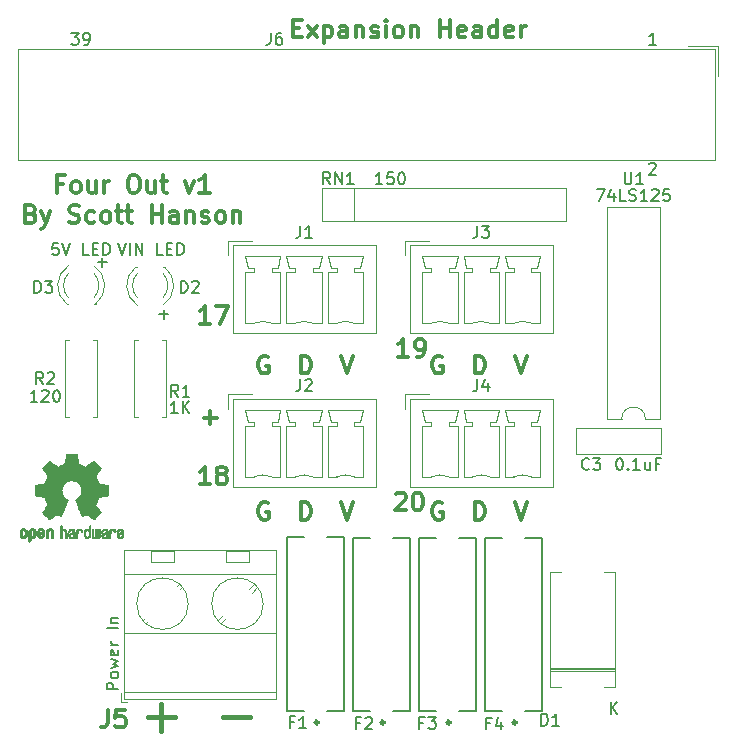
<source format=gbr>
G04 #@! TF.GenerationSoftware,KiCad,Pcbnew,(5.1.4)-1*
G04 #@! TF.CreationDate,2019-11-28T23:48:03-05:00*
G04 #@! TF.ProjectId,Four_Out,466f7572-5f4f-4757-942e-6b696361645f,v1*
G04 #@! TF.SameCoordinates,Original*
G04 #@! TF.FileFunction,Legend,Top*
G04 #@! TF.FilePolarity,Positive*
%FSLAX46Y46*%
G04 Gerber Fmt 4.6, Leading zero omitted, Abs format (unit mm)*
G04 Created by KiCad (PCBNEW (5.1.4)-1) date 2019-11-28 23:48:03*
%MOMM*%
%LPD*%
G04 APERTURE LIST*
%ADD10C,0.150000*%
%ADD11C,0.300000*%
%ADD12C,0.400000*%
%ADD13C,0.120000*%
%ADD14C,0.010000*%
%ADD15C,0.127000*%
G04 APERTURE END LIST*
D10*
X72891476Y-94270180D02*
X73510523Y-94270180D01*
X73177190Y-94651133D01*
X73320047Y-94651133D01*
X73415285Y-94698752D01*
X73462904Y-94746371D01*
X73510523Y-94841609D01*
X73510523Y-95079704D01*
X73462904Y-95174942D01*
X73415285Y-95222561D01*
X73320047Y-95270180D01*
X73034333Y-95270180D01*
X72939095Y-95222561D01*
X72891476Y-95174942D01*
X73986714Y-95270180D02*
X74177190Y-95270180D01*
X74272428Y-95222561D01*
X74320047Y-95174942D01*
X74415285Y-95032085D01*
X74462904Y-94841609D01*
X74462904Y-94460657D01*
X74415285Y-94365419D01*
X74367666Y-94317800D01*
X74272428Y-94270180D01*
X74081952Y-94270180D01*
X73986714Y-94317800D01*
X73939095Y-94365419D01*
X73891476Y-94460657D01*
X73891476Y-94698752D01*
X73939095Y-94793990D01*
X73986714Y-94841609D01*
X74081952Y-94889228D01*
X74272428Y-94889228D01*
X74367666Y-94841609D01*
X74415285Y-94793990D01*
X74462904Y-94698752D01*
X121815285Y-105365419D02*
X121862904Y-105317800D01*
X121958142Y-105270180D01*
X122196238Y-105270180D01*
X122291476Y-105317800D01*
X122339095Y-105365419D01*
X122386714Y-105460657D01*
X122386714Y-105555895D01*
X122339095Y-105698752D01*
X121767666Y-106270180D01*
X122386714Y-106270180D01*
X122386714Y-95270180D02*
X121815285Y-95270180D01*
X122101000Y-95270180D02*
X122101000Y-94270180D01*
X122005761Y-94413038D01*
X121910523Y-94508276D01*
X121815285Y-94555895D01*
X75120047Y-113689228D02*
X75881952Y-113689228D01*
X75501000Y-114070180D02*
X75501000Y-113308276D01*
X80320047Y-118089228D02*
X81081952Y-118089228D01*
X80701000Y-118470180D02*
X80701000Y-117708276D01*
D11*
X100358142Y-133339228D02*
X100429571Y-133267800D01*
X100572428Y-133196371D01*
X100929571Y-133196371D01*
X101072428Y-133267800D01*
X101143857Y-133339228D01*
X101215285Y-133482085D01*
X101215285Y-133624942D01*
X101143857Y-133839228D01*
X100286714Y-134696371D01*
X101215285Y-134696371D01*
X102143857Y-133196371D02*
X102286714Y-133196371D01*
X102429571Y-133267800D01*
X102501000Y-133339228D01*
X102572428Y-133482085D01*
X102643857Y-133767800D01*
X102643857Y-134124942D01*
X102572428Y-134410657D01*
X102501000Y-134553514D01*
X102429571Y-134624942D01*
X102286714Y-134696371D01*
X102143857Y-134696371D01*
X102001000Y-134624942D01*
X101929571Y-134553514D01*
X101858142Y-134410657D01*
X101786714Y-134124942D01*
X101786714Y-133767800D01*
X101858142Y-133482085D01*
X101929571Y-133339228D01*
X102001000Y-133267800D01*
X102143857Y-133196371D01*
X101415285Y-121696371D02*
X100558142Y-121696371D01*
X100986714Y-121696371D02*
X100986714Y-120196371D01*
X100843857Y-120410657D01*
X100701000Y-120553514D01*
X100558142Y-120624942D01*
X102129571Y-121696371D02*
X102415285Y-121696371D01*
X102558142Y-121624942D01*
X102629571Y-121553514D01*
X102772428Y-121339228D01*
X102843857Y-121053514D01*
X102843857Y-120482085D01*
X102772428Y-120339228D01*
X102701000Y-120267800D01*
X102558142Y-120196371D01*
X102272428Y-120196371D01*
X102129571Y-120267800D01*
X102058142Y-120339228D01*
X101986714Y-120482085D01*
X101986714Y-120839228D01*
X102058142Y-120982085D01*
X102129571Y-121053514D01*
X102272428Y-121124942D01*
X102558142Y-121124942D01*
X102701000Y-121053514D01*
X102772428Y-120982085D01*
X102843857Y-120839228D01*
X84615285Y-132496371D02*
X83758142Y-132496371D01*
X84186714Y-132496371D02*
X84186714Y-130996371D01*
X84043857Y-131210657D01*
X83901000Y-131353514D01*
X83758142Y-131424942D01*
X85472428Y-131639228D02*
X85329571Y-131567800D01*
X85258142Y-131496371D01*
X85186714Y-131353514D01*
X85186714Y-131282085D01*
X85258142Y-131139228D01*
X85329571Y-131067800D01*
X85472428Y-130996371D01*
X85758142Y-130996371D01*
X85901000Y-131067800D01*
X85972428Y-131139228D01*
X86043857Y-131282085D01*
X86043857Y-131353514D01*
X85972428Y-131496371D01*
X85901000Y-131567800D01*
X85758142Y-131639228D01*
X85472428Y-131639228D01*
X85329571Y-131710657D01*
X85258142Y-131782085D01*
X85186714Y-131924942D01*
X85186714Y-132210657D01*
X85258142Y-132353514D01*
X85329571Y-132424942D01*
X85472428Y-132496371D01*
X85758142Y-132496371D01*
X85901000Y-132424942D01*
X85972428Y-132353514D01*
X86043857Y-132210657D01*
X86043857Y-131924942D01*
X85972428Y-131782085D01*
X85901000Y-131710657D01*
X85758142Y-131639228D01*
X84615285Y-118896371D02*
X83758142Y-118896371D01*
X84186714Y-118896371D02*
X84186714Y-117396371D01*
X84043857Y-117610657D01*
X83901000Y-117753514D01*
X83758142Y-117824942D01*
X85115285Y-117396371D02*
X86115285Y-117396371D01*
X85472428Y-118896371D01*
X84097571Y-126852942D02*
X85240428Y-126852942D01*
X84669000Y-127424371D02*
X84669000Y-126281514D01*
X72172428Y-107035657D02*
X71672428Y-107035657D01*
X71672428Y-107821371D02*
X71672428Y-106321371D01*
X72386714Y-106321371D01*
X73172428Y-107821371D02*
X73029571Y-107749942D01*
X72958142Y-107678514D01*
X72886714Y-107535657D01*
X72886714Y-107107085D01*
X72958142Y-106964228D01*
X73029571Y-106892800D01*
X73172428Y-106821371D01*
X73386714Y-106821371D01*
X73529571Y-106892800D01*
X73601000Y-106964228D01*
X73672428Y-107107085D01*
X73672428Y-107535657D01*
X73601000Y-107678514D01*
X73529571Y-107749942D01*
X73386714Y-107821371D01*
X73172428Y-107821371D01*
X74958142Y-106821371D02*
X74958142Y-107821371D01*
X74315285Y-106821371D02*
X74315285Y-107607085D01*
X74386714Y-107749942D01*
X74529571Y-107821371D01*
X74743857Y-107821371D01*
X74886714Y-107749942D01*
X74958142Y-107678514D01*
X75672428Y-107821371D02*
X75672428Y-106821371D01*
X75672428Y-107107085D02*
X75743857Y-106964228D01*
X75815285Y-106892800D01*
X75958142Y-106821371D01*
X76101000Y-106821371D01*
X78029571Y-106321371D02*
X78315285Y-106321371D01*
X78458142Y-106392800D01*
X78601000Y-106535657D01*
X78672428Y-106821371D01*
X78672428Y-107321371D01*
X78601000Y-107607085D01*
X78458142Y-107749942D01*
X78315285Y-107821371D01*
X78029571Y-107821371D01*
X77886714Y-107749942D01*
X77743857Y-107607085D01*
X77672428Y-107321371D01*
X77672428Y-106821371D01*
X77743857Y-106535657D01*
X77886714Y-106392800D01*
X78029571Y-106321371D01*
X79958142Y-106821371D02*
X79958142Y-107821371D01*
X79315285Y-106821371D02*
X79315285Y-107607085D01*
X79386714Y-107749942D01*
X79529571Y-107821371D01*
X79743857Y-107821371D01*
X79886714Y-107749942D01*
X79958142Y-107678514D01*
X80458142Y-106821371D02*
X81029571Y-106821371D01*
X80672428Y-106321371D02*
X80672428Y-107607085D01*
X80743857Y-107749942D01*
X80886714Y-107821371D01*
X81029571Y-107821371D01*
X82529571Y-106821371D02*
X82886714Y-107821371D01*
X83243857Y-106821371D01*
X84601000Y-107821371D02*
X83743857Y-107821371D01*
X84172428Y-107821371D02*
X84172428Y-106321371D01*
X84029571Y-106535657D01*
X83886714Y-106678514D01*
X83743857Y-106749942D01*
X69493857Y-109585657D02*
X69708142Y-109657085D01*
X69779571Y-109728514D01*
X69851000Y-109871371D01*
X69851000Y-110085657D01*
X69779571Y-110228514D01*
X69708142Y-110299942D01*
X69565285Y-110371371D01*
X68993857Y-110371371D01*
X68993857Y-108871371D01*
X69493857Y-108871371D01*
X69636714Y-108942800D01*
X69708142Y-109014228D01*
X69779571Y-109157085D01*
X69779571Y-109299942D01*
X69708142Y-109442800D01*
X69636714Y-109514228D01*
X69493857Y-109585657D01*
X68993857Y-109585657D01*
X70351000Y-109371371D02*
X70708142Y-110371371D01*
X71065285Y-109371371D02*
X70708142Y-110371371D01*
X70565285Y-110728514D01*
X70493857Y-110799942D01*
X70351000Y-110871371D01*
X72708142Y-110299942D02*
X72922428Y-110371371D01*
X73279571Y-110371371D01*
X73422428Y-110299942D01*
X73493857Y-110228514D01*
X73565285Y-110085657D01*
X73565285Y-109942800D01*
X73493857Y-109799942D01*
X73422428Y-109728514D01*
X73279571Y-109657085D01*
X72993857Y-109585657D01*
X72851000Y-109514228D01*
X72779571Y-109442800D01*
X72708142Y-109299942D01*
X72708142Y-109157085D01*
X72779571Y-109014228D01*
X72851000Y-108942800D01*
X72993857Y-108871371D01*
X73351000Y-108871371D01*
X73565285Y-108942800D01*
X74851000Y-110299942D02*
X74708142Y-110371371D01*
X74422428Y-110371371D01*
X74279571Y-110299942D01*
X74208142Y-110228514D01*
X74136714Y-110085657D01*
X74136714Y-109657085D01*
X74208142Y-109514228D01*
X74279571Y-109442800D01*
X74422428Y-109371371D01*
X74708142Y-109371371D01*
X74851000Y-109442800D01*
X75708142Y-110371371D02*
X75565285Y-110299942D01*
X75493857Y-110228514D01*
X75422428Y-110085657D01*
X75422428Y-109657085D01*
X75493857Y-109514228D01*
X75565285Y-109442800D01*
X75708142Y-109371371D01*
X75922428Y-109371371D01*
X76065285Y-109442800D01*
X76136714Y-109514228D01*
X76208142Y-109657085D01*
X76208142Y-110085657D01*
X76136714Y-110228514D01*
X76065285Y-110299942D01*
X75922428Y-110371371D01*
X75708142Y-110371371D01*
X76636714Y-109371371D02*
X77208142Y-109371371D01*
X76851000Y-108871371D02*
X76851000Y-110157085D01*
X76922428Y-110299942D01*
X77065285Y-110371371D01*
X77208142Y-110371371D01*
X77493857Y-109371371D02*
X78065285Y-109371371D01*
X77708142Y-108871371D02*
X77708142Y-110157085D01*
X77779571Y-110299942D01*
X77922428Y-110371371D01*
X78065285Y-110371371D01*
X79708142Y-110371371D02*
X79708142Y-108871371D01*
X79708142Y-109585657D02*
X80565285Y-109585657D01*
X80565285Y-110371371D02*
X80565285Y-108871371D01*
X81922428Y-110371371D02*
X81922428Y-109585657D01*
X81851000Y-109442800D01*
X81708142Y-109371371D01*
X81422428Y-109371371D01*
X81279571Y-109442800D01*
X81922428Y-110299942D02*
X81779571Y-110371371D01*
X81422428Y-110371371D01*
X81279571Y-110299942D01*
X81208142Y-110157085D01*
X81208142Y-110014228D01*
X81279571Y-109871371D01*
X81422428Y-109799942D01*
X81779571Y-109799942D01*
X81922428Y-109728514D01*
X82636714Y-109371371D02*
X82636714Y-110371371D01*
X82636714Y-109514228D02*
X82708142Y-109442800D01*
X82851000Y-109371371D01*
X83065285Y-109371371D01*
X83208142Y-109442800D01*
X83279571Y-109585657D01*
X83279571Y-110371371D01*
X83922428Y-110299942D02*
X84065285Y-110371371D01*
X84351000Y-110371371D01*
X84493857Y-110299942D01*
X84565285Y-110157085D01*
X84565285Y-110085657D01*
X84493857Y-109942800D01*
X84351000Y-109871371D01*
X84136714Y-109871371D01*
X83993857Y-109799942D01*
X83922428Y-109657085D01*
X83922428Y-109585657D01*
X83993857Y-109442800D01*
X84136714Y-109371371D01*
X84351000Y-109371371D01*
X84493857Y-109442800D01*
X85422428Y-110371371D02*
X85279571Y-110299942D01*
X85208142Y-110228514D01*
X85136714Y-110085657D01*
X85136714Y-109657085D01*
X85208142Y-109514228D01*
X85279571Y-109442800D01*
X85422428Y-109371371D01*
X85636714Y-109371371D01*
X85779571Y-109442800D01*
X85851000Y-109514228D01*
X85922428Y-109657085D01*
X85922428Y-110085657D01*
X85851000Y-110228514D01*
X85779571Y-110299942D01*
X85636714Y-110371371D01*
X85422428Y-110371371D01*
X86565285Y-109371371D02*
X86565285Y-110371371D01*
X86565285Y-109514228D02*
X86636714Y-109442800D01*
X86779571Y-109371371D01*
X86993857Y-109371371D01*
X87136714Y-109442800D01*
X87208142Y-109585657D01*
X87208142Y-110371371D01*
X92317142Y-135506571D02*
X92317142Y-134006571D01*
X92674285Y-134006571D01*
X92888571Y-134078000D01*
X93031428Y-134220857D01*
X93102857Y-134363714D01*
X93174285Y-134649428D01*
X93174285Y-134863714D01*
X93102857Y-135149428D01*
X93031428Y-135292285D01*
X92888571Y-135435142D01*
X92674285Y-135506571D01*
X92317142Y-135506571D01*
X89546857Y-134078000D02*
X89404000Y-134006571D01*
X89189714Y-134006571D01*
X88975428Y-134078000D01*
X88832571Y-134220857D01*
X88761142Y-134363714D01*
X88689714Y-134649428D01*
X88689714Y-134863714D01*
X88761142Y-135149428D01*
X88832571Y-135292285D01*
X88975428Y-135435142D01*
X89189714Y-135506571D01*
X89332571Y-135506571D01*
X89546857Y-135435142D01*
X89618285Y-135363714D01*
X89618285Y-134863714D01*
X89332571Y-134863714D01*
X110498000Y-134006571D02*
X110998000Y-135506571D01*
X111498000Y-134006571D01*
X95766000Y-134006571D02*
X96266000Y-135506571D01*
X96766000Y-134006571D01*
X107049142Y-135506571D02*
X107049142Y-134006571D01*
X107406285Y-134006571D01*
X107620571Y-134078000D01*
X107763428Y-134220857D01*
X107834857Y-134363714D01*
X107906285Y-134649428D01*
X107906285Y-134863714D01*
X107834857Y-135149428D01*
X107763428Y-135292285D01*
X107620571Y-135435142D01*
X107406285Y-135506571D01*
X107049142Y-135506571D01*
X104278857Y-134078000D02*
X104136000Y-134006571D01*
X103921714Y-134006571D01*
X103707428Y-134078000D01*
X103564571Y-134220857D01*
X103493142Y-134363714D01*
X103421714Y-134649428D01*
X103421714Y-134863714D01*
X103493142Y-135149428D01*
X103564571Y-135292285D01*
X103707428Y-135435142D01*
X103921714Y-135506571D01*
X104064571Y-135506571D01*
X104278857Y-135435142D01*
X104350285Y-135363714D01*
X104350285Y-134863714D01*
X104064571Y-134863714D01*
D12*
X79358142Y-152213285D02*
X81643857Y-152213285D01*
X80501000Y-153356142D02*
X80501000Y-151070428D01*
X85758142Y-152213285D02*
X88043857Y-152213285D01*
D11*
X95766000Y-121606571D02*
X96266000Y-123106571D01*
X96766000Y-121606571D01*
X89546857Y-121678000D02*
X89404000Y-121606571D01*
X89189714Y-121606571D01*
X88975428Y-121678000D01*
X88832571Y-121820857D01*
X88761142Y-121963714D01*
X88689714Y-122249428D01*
X88689714Y-122463714D01*
X88761142Y-122749428D01*
X88832571Y-122892285D01*
X88975428Y-123035142D01*
X89189714Y-123106571D01*
X89332571Y-123106571D01*
X89546857Y-123035142D01*
X89618285Y-122963714D01*
X89618285Y-122463714D01*
X89332571Y-122463714D01*
X92317142Y-123106571D02*
X92317142Y-121606571D01*
X92674285Y-121606571D01*
X92888571Y-121678000D01*
X93031428Y-121820857D01*
X93102857Y-121963714D01*
X93174285Y-122249428D01*
X93174285Y-122463714D01*
X93102857Y-122749428D01*
X93031428Y-122892285D01*
X92888571Y-123035142D01*
X92674285Y-123106571D01*
X92317142Y-123106571D01*
X110498000Y-121606571D02*
X110998000Y-123106571D01*
X111498000Y-121606571D01*
X104278857Y-121678000D02*
X104136000Y-121606571D01*
X103921714Y-121606571D01*
X103707428Y-121678000D01*
X103564571Y-121820857D01*
X103493142Y-121963714D01*
X103421714Y-122249428D01*
X103421714Y-122463714D01*
X103493142Y-122749428D01*
X103564571Y-122892285D01*
X103707428Y-123035142D01*
X103921714Y-123106571D01*
X104064571Y-123106571D01*
X104278857Y-123035142D01*
X104350285Y-122963714D01*
X104350285Y-122463714D01*
X104064571Y-122463714D01*
X107049142Y-123106571D02*
X107049142Y-121606571D01*
X107406285Y-121606571D01*
X107620571Y-121678000D01*
X107763428Y-121820857D01*
X107834857Y-121963714D01*
X107906285Y-122249428D01*
X107906285Y-122463714D01*
X107834857Y-122749428D01*
X107763428Y-122892285D01*
X107620571Y-123035142D01*
X107406285Y-123106571D01*
X107049142Y-123106571D01*
D13*
X118241000Y-126947800D02*
X119491000Y-126947800D01*
X118241000Y-109047800D02*
X118241000Y-126947800D01*
X122741000Y-109047800D02*
X118241000Y-109047800D01*
X122741000Y-126947800D02*
X122741000Y-109047800D01*
X121491000Y-126947800D02*
X122741000Y-126947800D01*
X119491000Y-126947800D02*
G75*
G02X121491000Y-126947800I1000000J0D01*
G01*
X75095000Y-120263800D02*
X74765000Y-120263800D01*
X75095000Y-126803800D02*
X75095000Y-120263800D01*
X74765000Y-126803800D02*
X75095000Y-126803800D01*
X72355000Y-120263800D02*
X72685000Y-120263800D01*
X72355000Y-126803800D02*
X72355000Y-120263800D01*
X72685000Y-126803800D02*
X72355000Y-126803800D01*
X78487163Y-116700930D02*
G75*
G02X78487000Y-114618839I1079837J1041130D01*
G01*
X80646837Y-116700930D02*
G75*
G03X80647000Y-114618839I-1079837J1041130D01*
G01*
X78488392Y-117332135D02*
G75*
G02X78331484Y-114099800I1078608J1672335D01*
G01*
X80645608Y-117332135D02*
G75*
G03X80802516Y-114099800I-1078608J1672335D01*
G01*
X78487000Y-114099800D02*
X78331000Y-114099800D01*
X80803000Y-114099800D02*
X80647000Y-114099800D01*
X74804837Y-114618670D02*
G75*
G02X74805000Y-116700761I-1079837J-1041130D01*
G01*
X72645163Y-114618670D02*
G75*
G03X72645000Y-116700761I1079837J-1041130D01*
G01*
X74803608Y-113987465D02*
G75*
G02X74960516Y-117219800I-1078608J-1672335D01*
G01*
X72646392Y-113987465D02*
G75*
G03X72489484Y-117219800I1078608J-1672335D01*
G01*
X74805000Y-117219800D02*
X74961000Y-117219800D01*
X72489000Y-117219800D02*
X72645000Y-117219800D01*
X78197000Y-126803800D02*
X78527000Y-126803800D01*
X78197000Y-120263800D02*
X78197000Y-126803800D01*
X78527000Y-120263800D02*
X78197000Y-120263800D01*
X80937000Y-126803800D02*
X80607000Y-126803800D01*
X80937000Y-120263800D02*
X80937000Y-126803800D01*
X80607000Y-120263800D02*
X80937000Y-120263800D01*
D14*
G36*
X73040878Y-129905576D02*
G01*
X73146612Y-129906155D01*
X73223132Y-129907722D01*
X73275372Y-129910772D01*
X73308263Y-129915796D01*
X73326737Y-129923289D01*
X73335727Y-129933744D01*
X73340163Y-129947653D01*
X73340594Y-129949454D01*
X73347333Y-129981945D01*
X73359808Y-130046052D01*
X73376719Y-130134951D01*
X73396771Y-130241819D01*
X73418664Y-130359833D01*
X73419429Y-130363978D01*
X73441359Y-130479631D01*
X73461877Y-130581814D01*
X73479659Y-130664398D01*
X73493381Y-130721256D01*
X73501718Y-130746258D01*
X73502116Y-130746701D01*
X73526677Y-130758910D01*
X73577315Y-130779256D01*
X73643095Y-130803345D01*
X73643461Y-130803474D01*
X73726317Y-130834618D01*
X73824000Y-130874291D01*
X73916077Y-130914181D01*
X73920434Y-130916153D01*
X74070407Y-130984220D01*
X74402498Y-130757439D01*
X74504374Y-130688304D01*
X74596657Y-130626497D01*
X74674003Y-130575533D01*
X74731064Y-130538927D01*
X74762495Y-130520194D01*
X74765479Y-130518804D01*
X74788321Y-130524990D01*
X74830982Y-130554835D01*
X74895128Y-130609747D01*
X74982421Y-130691134D01*
X75071535Y-130777722D01*
X75157441Y-130863047D01*
X75234327Y-130940908D01*
X75297564Y-131006497D01*
X75342523Y-131055005D01*
X75364576Y-131081625D01*
X75365396Y-131082995D01*
X75367834Y-131101263D01*
X75358650Y-131131095D01*
X75335574Y-131176521D01*
X75296337Y-131241570D01*
X75238670Y-131330270D01*
X75161795Y-131444457D01*
X75093570Y-131544962D01*
X75032582Y-131635103D01*
X74982356Y-131709649D01*
X74946416Y-131763365D01*
X74928287Y-131791018D01*
X74927146Y-131792895D01*
X74929359Y-131819390D01*
X74946138Y-131870886D01*
X74974142Y-131937651D01*
X74984122Y-131958972D01*
X75027672Y-132053959D01*
X75074134Y-132161737D01*
X75111877Y-132254992D01*
X75139073Y-132324206D01*
X75160675Y-132376806D01*
X75173158Y-132404297D01*
X75174709Y-132406416D01*
X75197668Y-132409924D01*
X75251786Y-132419538D01*
X75329868Y-132433889D01*
X75424719Y-132451607D01*
X75529143Y-132471325D01*
X75635944Y-132491674D01*
X75737926Y-132511286D01*
X75827894Y-132528791D01*
X75898653Y-132542822D01*
X75943006Y-132552009D01*
X75953885Y-132554607D01*
X75965122Y-132561018D01*
X75973605Y-132575497D01*
X75979714Y-132602933D01*
X75983832Y-132648211D01*
X75986341Y-132716220D01*
X75987621Y-132811847D01*
X75988054Y-132939980D01*
X75988077Y-132992501D01*
X75988077Y-133419645D01*
X75885500Y-133439891D01*
X75828431Y-133450870D01*
X75743269Y-133466895D01*
X75640372Y-133486033D01*
X75530096Y-133506351D01*
X75499615Y-133511932D01*
X75397855Y-133531717D01*
X75309205Y-133551173D01*
X75241108Y-133568497D01*
X75201004Y-133581888D01*
X75194323Y-133585879D01*
X75177919Y-133614142D01*
X75154399Y-133668909D01*
X75128316Y-133739388D01*
X75123142Y-133754569D01*
X75088956Y-133848696D01*
X75046523Y-133954901D01*
X75004997Y-134050273D01*
X75004792Y-134050716D01*
X74935640Y-134200325D01*
X75390512Y-134869417D01*
X75098500Y-135161916D01*
X75010180Y-135248970D01*
X74929625Y-135325709D01*
X74861360Y-135388037D01*
X74809908Y-135431856D01*
X74779794Y-135453070D01*
X74775474Y-135454416D01*
X74750111Y-135443816D01*
X74698358Y-135414347D01*
X74625868Y-135369505D01*
X74538294Y-135312784D01*
X74443612Y-135249262D01*
X74347516Y-135184468D01*
X74261837Y-135128087D01*
X74192016Y-135083588D01*
X74143494Y-135054439D01*
X74121782Y-135044108D01*
X74095293Y-135052850D01*
X74045062Y-135075887D01*
X73981451Y-135108431D01*
X73974708Y-135112049D01*
X73889046Y-135155010D01*
X73830306Y-135176079D01*
X73793772Y-135176303D01*
X73774731Y-135156728D01*
X73774620Y-135156454D01*
X73765102Y-135133272D01*
X73742403Y-135078241D01*
X73708282Y-134995622D01*
X73664500Y-134889672D01*
X73612816Y-134764652D01*
X73554992Y-134624820D01*
X73498991Y-134489437D01*
X73437447Y-134340034D01*
X73380939Y-134201632D01*
X73331161Y-134078473D01*
X73289806Y-133974802D01*
X73258568Y-133894859D01*
X73239141Y-133842888D01*
X73233154Y-133823492D01*
X73248168Y-133801243D01*
X73287439Y-133765782D01*
X73339807Y-133726687D01*
X73488941Y-133603045D01*
X73605511Y-133461322D01*
X73688118Y-133304504D01*
X73735366Y-133135575D01*
X73745857Y-132957522D01*
X73738231Y-132875339D01*
X73696682Y-132704831D01*
X73625123Y-132554259D01*
X73527995Y-132425109D01*
X73409734Y-132318864D01*
X73274780Y-132237010D01*
X73127571Y-132181032D01*
X72972544Y-132152415D01*
X72814139Y-132152644D01*
X72656794Y-132183205D01*
X72504946Y-132245582D01*
X72363035Y-132341260D01*
X72303803Y-132395372D01*
X72190203Y-132534320D01*
X72111106Y-132686161D01*
X72065986Y-132846467D01*
X72054316Y-133010812D01*
X72075569Y-133174771D01*
X72129220Y-133333918D01*
X72214740Y-133483825D01*
X72331605Y-133620067D01*
X72462193Y-133726687D01*
X72516588Y-133767442D01*
X72555014Y-133802518D01*
X72568846Y-133823526D01*
X72561603Y-133846435D01*
X72541005Y-133901165D01*
X72508746Y-133983472D01*
X72466521Y-134089115D01*
X72416023Y-134213850D01*
X72358948Y-134353436D01*
X72302854Y-134489470D01*
X72240967Y-134639001D01*
X72183644Y-134777567D01*
X72132644Y-134900907D01*
X72089727Y-135004764D01*
X72056653Y-135084880D01*
X72035181Y-135136995D01*
X72027225Y-135156454D01*
X72008429Y-135176223D01*
X71972074Y-135176165D01*
X71913479Y-135155241D01*
X71827968Y-135112413D01*
X71827292Y-135112049D01*
X71762907Y-135078812D01*
X71710861Y-135054602D01*
X71681512Y-135044204D01*
X71680217Y-135044108D01*
X71658124Y-135054655D01*
X71609348Y-135083984D01*
X71539331Y-135128627D01*
X71453514Y-135185114D01*
X71358388Y-135249262D01*
X71261540Y-135314211D01*
X71174253Y-135370696D01*
X71102181Y-135415221D01*
X71050977Y-135444290D01*
X71026526Y-135454416D01*
X71004010Y-135441107D01*
X70958742Y-135403912D01*
X70895244Y-135346928D01*
X70818039Y-135274249D01*
X70731651Y-135189971D01*
X70703399Y-135161816D01*
X70411287Y-134869216D01*
X70633631Y-134542904D01*
X70701202Y-134442697D01*
X70760507Y-134352763D01*
X70808217Y-134278310D01*
X70841007Y-134224551D01*
X70855548Y-134196694D01*
X70855974Y-134194712D01*
X70848308Y-134168455D01*
X70827689Y-134115637D01*
X70797685Y-134045110D01*
X70776625Y-133997893D01*
X70737248Y-133907494D01*
X70700165Y-133816166D01*
X70671415Y-133739000D01*
X70663605Y-133715492D01*
X70641417Y-133652716D01*
X70619727Y-133604211D01*
X70607813Y-133585879D01*
X70581523Y-133574659D01*
X70524142Y-133558754D01*
X70443118Y-133539967D01*
X70345895Y-133520099D01*
X70302385Y-133511932D01*
X70191896Y-133491629D01*
X70085916Y-133471970D01*
X69994801Y-133454888D01*
X69928908Y-133442318D01*
X69916500Y-133439891D01*
X69813923Y-133419645D01*
X69813923Y-132992501D01*
X69814153Y-132852046D01*
X69815099Y-132745779D01*
X69817141Y-132668813D01*
X69820662Y-132616260D01*
X69826043Y-132583233D01*
X69833666Y-132564845D01*
X69843912Y-132556208D01*
X69848115Y-132554607D01*
X69873470Y-132548927D01*
X69929484Y-132537595D01*
X70008964Y-132521979D01*
X70104712Y-132503447D01*
X70209533Y-132483369D01*
X70316232Y-132463112D01*
X70417613Y-132444046D01*
X70506479Y-132427539D01*
X70575637Y-132414959D01*
X70617889Y-132407675D01*
X70627290Y-132406416D01*
X70635807Y-132389563D01*
X70654660Y-132344670D01*
X70680324Y-132280230D01*
X70690123Y-132254992D01*
X70729648Y-132157486D01*
X70776192Y-132049759D01*
X70817877Y-131958972D01*
X70848550Y-131889553D01*
X70868956Y-131832510D01*
X70875768Y-131797577D01*
X70874682Y-131792895D01*
X70860285Y-131770791D01*
X70827412Y-131721631D01*
X70779590Y-131650648D01*
X70720348Y-131563078D01*
X70653215Y-131464157D01*
X70639941Y-131444630D01*
X70562046Y-131328940D01*
X70504787Y-131240844D01*
X70465881Y-131176286D01*
X70443044Y-131131211D01*
X70433994Y-131101563D01*
X70436448Y-131083285D01*
X70436511Y-131083169D01*
X70455827Y-131059161D01*
X70498551Y-131012747D01*
X70560051Y-130948737D01*
X70635698Y-130871945D01*
X70720861Y-130787182D01*
X70730465Y-130777722D01*
X70837790Y-130673789D01*
X70920615Y-130597475D01*
X70980605Y-130547371D01*
X71019423Y-130522070D01*
X71036520Y-130518804D01*
X71061473Y-130533050D01*
X71113255Y-130565956D01*
X71186520Y-130614008D01*
X71275920Y-130673690D01*
X71376111Y-130741488D01*
X71399501Y-130757439D01*
X71731593Y-130984220D01*
X71881565Y-130916153D01*
X71972770Y-130876485D01*
X72070669Y-130836591D01*
X72154831Y-130804783D01*
X72158538Y-130803474D01*
X72224369Y-130779376D01*
X72275116Y-130759000D01*
X72299842Y-130746736D01*
X72299884Y-130746701D01*
X72307729Y-130724534D01*
X72321066Y-130670017D01*
X72338570Y-130589280D01*
X72358917Y-130488450D01*
X72380782Y-130373656D01*
X72382571Y-130363978D01*
X72404504Y-130245704D01*
X72424640Y-130138342D01*
X72441680Y-130048717D01*
X72454328Y-129983651D01*
X72461284Y-129949968D01*
X72461406Y-129949454D01*
X72465639Y-129935125D01*
X72473871Y-129924307D01*
X72491033Y-129916506D01*
X72522058Y-129911229D01*
X72571878Y-129907982D01*
X72645424Y-129906272D01*
X72747629Y-129905607D01*
X72883425Y-129905493D01*
X72901000Y-129905492D01*
X73040878Y-129905576D01*
X73040878Y-129905576D01*
G37*
X73040878Y-129905576D02*
X73146612Y-129906155D01*
X73223132Y-129907722D01*
X73275372Y-129910772D01*
X73308263Y-129915796D01*
X73326737Y-129923289D01*
X73335727Y-129933744D01*
X73340163Y-129947653D01*
X73340594Y-129949454D01*
X73347333Y-129981945D01*
X73359808Y-130046052D01*
X73376719Y-130134951D01*
X73396771Y-130241819D01*
X73418664Y-130359833D01*
X73419429Y-130363978D01*
X73441359Y-130479631D01*
X73461877Y-130581814D01*
X73479659Y-130664398D01*
X73493381Y-130721256D01*
X73501718Y-130746258D01*
X73502116Y-130746701D01*
X73526677Y-130758910D01*
X73577315Y-130779256D01*
X73643095Y-130803345D01*
X73643461Y-130803474D01*
X73726317Y-130834618D01*
X73824000Y-130874291D01*
X73916077Y-130914181D01*
X73920434Y-130916153D01*
X74070407Y-130984220D01*
X74402498Y-130757439D01*
X74504374Y-130688304D01*
X74596657Y-130626497D01*
X74674003Y-130575533D01*
X74731064Y-130538927D01*
X74762495Y-130520194D01*
X74765479Y-130518804D01*
X74788321Y-130524990D01*
X74830982Y-130554835D01*
X74895128Y-130609747D01*
X74982421Y-130691134D01*
X75071535Y-130777722D01*
X75157441Y-130863047D01*
X75234327Y-130940908D01*
X75297564Y-131006497D01*
X75342523Y-131055005D01*
X75364576Y-131081625D01*
X75365396Y-131082995D01*
X75367834Y-131101263D01*
X75358650Y-131131095D01*
X75335574Y-131176521D01*
X75296337Y-131241570D01*
X75238670Y-131330270D01*
X75161795Y-131444457D01*
X75093570Y-131544962D01*
X75032582Y-131635103D01*
X74982356Y-131709649D01*
X74946416Y-131763365D01*
X74928287Y-131791018D01*
X74927146Y-131792895D01*
X74929359Y-131819390D01*
X74946138Y-131870886D01*
X74974142Y-131937651D01*
X74984122Y-131958972D01*
X75027672Y-132053959D01*
X75074134Y-132161737D01*
X75111877Y-132254992D01*
X75139073Y-132324206D01*
X75160675Y-132376806D01*
X75173158Y-132404297D01*
X75174709Y-132406416D01*
X75197668Y-132409924D01*
X75251786Y-132419538D01*
X75329868Y-132433889D01*
X75424719Y-132451607D01*
X75529143Y-132471325D01*
X75635944Y-132491674D01*
X75737926Y-132511286D01*
X75827894Y-132528791D01*
X75898653Y-132542822D01*
X75943006Y-132552009D01*
X75953885Y-132554607D01*
X75965122Y-132561018D01*
X75973605Y-132575497D01*
X75979714Y-132602933D01*
X75983832Y-132648211D01*
X75986341Y-132716220D01*
X75987621Y-132811847D01*
X75988054Y-132939980D01*
X75988077Y-132992501D01*
X75988077Y-133419645D01*
X75885500Y-133439891D01*
X75828431Y-133450870D01*
X75743269Y-133466895D01*
X75640372Y-133486033D01*
X75530096Y-133506351D01*
X75499615Y-133511932D01*
X75397855Y-133531717D01*
X75309205Y-133551173D01*
X75241108Y-133568497D01*
X75201004Y-133581888D01*
X75194323Y-133585879D01*
X75177919Y-133614142D01*
X75154399Y-133668909D01*
X75128316Y-133739388D01*
X75123142Y-133754569D01*
X75088956Y-133848696D01*
X75046523Y-133954901D01*
X75004997Y-134050273D01*
X75004792Y-134050716D01*
X74935640Y-134200325D01*
X75390512Y-134869417D01*
X75098500Y-135161916D01*
X75010180Y-135248970D01*
X74929625Y-135325709D01*
X74861360Y-135388037D01*
X74809908Y-135431856D01*
X74779794Y-135453070D01*
X74775474Y-135454416D01*
X74750111Y-135443816D01*
X74698358Y-135414347D01*
X74625868Y-135369505D01*
X74538294Y-135312784D01*
X74443612Y-135249262D01*
X74347516Y-135184468D01*
X74261837Y-135128087D01*
X74192016Y-135083588D01*
X74143494Y-135054439D01*
X74121782Y-135044108D01*
X74095293Y-135052850D01*
X74045062Y-135075887D01*
X73981451Y-135108431D01*
X73974708Y-135112049D01*
X73889046Y-135155010D01*
X73830306Y-135176079D01*
X73793772Y-135176303D01*
X73774731Y-135156728D01*
X73774620Y-135156454D01*
X73765102Y-135133272D01*
X73742403Y-135078241D01*
X73708282Y-134995622D01*
X73664500Y-134889672D01*
X73612816Y-134764652D01*
X73554992Y-134624820D01*
X73498991Y-134489437D01*
X73437447Y-134340034D01*
X73380939Y-134201632D01*
X73331161Y-134078473D01*
X73289806Y-133974802D01*
X73258568Y-133894859D01*
X73239141Y-133842888D01*
X73233154Y-133823492D01*
X73248168Y-133801243D01*
X73287439Y-133765782D01*
X73339807Y-133726687D01*
X73488941Y-133603045D01*
X73605511Y-133461322D01*
X73688118Y-133304504D01*
X73735366Y-133135575D01*
X73745857Y-132957522D01*
X73738231Y-132875339D01*
X73696682Y-132704831D01*
X73625123Y-132554259D01*
X73527995Y-132425109D01*
X73409734Y-132318864D01*
X73274780Y-132237010D01*
X73127571Y-132181032D01*
X72972544Y-132152415D01*
X72814139Y-132152644D01*
X72656794Y-132183205D01*
X72504946Y-132245582D01*
X72363035Y-132341260D01*
X72303803Y-132395372D01*
X72190203Y-132534320D01*
X72111106Y-132686161D01*
X72065986Y-132846467D01*
X72054316Y-133010812D01*
X72075569Y-133174771D01*
X72129220Y-133333918D01*
X72214740Y-133483825D01*
X72331605Y-133620067D01*
X72462193Y-133726687D01*
X72516588Y-133767442D01*
X72555014Y-133802518D01*
X72568846Y-133823526D01*
X72561603Y-133846435D01*
X72541005Y-133901165D01*
X72508746Y-133983472D01*
X72466521Y-134089115D01*
X72416023Y-134213850D01*
X72358948Y-134353436D01*
X72302854Y-134489470D01*
X72240967Y-134639001D01*
X72183644Y-134777567D01*
X72132644Y-134900907D01*
X72089727Y-135004764D01*
X72056653Y-135084880D01*
X72035181Y-135136995D01*
X72027225Y-135156454D01*
X72008429Y-135176223D01*
X71972074Y-135176165D01*
X71913479Y-135155241D01*
X71827968Y-135112413D01*
X71827292Y-135112049D01*
X71762907Y-135078812D01*
X71710861Y-135054602D01*
X71681512Y-135044204D01*
X71680217Y-135044108D01*
X71658124Y-135054655D01*
X71609348Y-135083984D01*
X71539331Y-135128627D01*
X71453514Y-135185114D01*
X71358388Y-135249262D01*
X71261540Y-135314211D01*
X71174253Y-135370696D01*
X71102181Y-135415221D01*
X71050977Y-135444290D01*
X71026526Y-135454416D01*
X71004010Y-135441107D01*
X70958742Y-135403912D01*
X70895244Y-135346928D01*
X70818039Y-135274249D01*
X70731651Y-135189971D01*
X70703399Y-135161816D01*
X70411287Y-134869216D01*
X70633631Y-134542904D01*
X70701202Y-134442697D01*
X70760507Y-134352763D01*
X70808217Y-134278310D01*
X70841007Y-134224551D01*
X70855548Y-134196694D01*
X70855974Y-134194712D01*
X70848308Y-134168455D01*
X70827689Y-134115637D01*
X70797685Y-134045110D01*
X70776625Y-133997893D01*
X70737248Y-133907494D01*
X70700165Y-133816166D01*
X70671415Y-133739000D01*
X70663605Y-133715492D01*
X70641417Y-133652716D01*
X70619727Y-133604211D01*
X70607813Y-133585879D01*
X70581523Y-133574659D01*
X70524142Y-133558754D01*
X70443118Y-133539967D01*
X70345895Y-133520099D01*
X70302385Y-133511932D01*
X70191896Y-133491629D01*
X70085916Y-133471970D01*
X69994801Y-133454888D01*
X69928908Y-133442318D01*
X69916500Y-133439891D01*
X69813923Y-133419645D01*
X69813923Y-132992501D01*
X69814153Y-132852046D01*
X69815099Y-132745779D01*
X69817141Y-132668813D01*
X69820662Y-132616260D01*
X69826043Y-132583233D01*
X69833666Y-132564845D01*
X69843912Y-132556208D01*
X69848115Y-132554607D01*
X69873470Y-132548927D01*
X69929484Y-132537595D01*
X70008964Y-132521979D01*
X70104712Y-132503447D01*
X70209533Y-132483369D01*
X70316232Y-132463112D01*
X70417613Y-132444046D01*
X70506479Y-132427539D01*
X70575637Y-132414959D01*
X70617889Y-132407675D01*
X70627290Y-132406416D01*
X70635807Y-132389563D01*
X70654660Y-132344670D01*
X70680324Y-132280230D01*
X70690123Y-132254992D01*
X70729648Y-132157486D01*
X70776192Y-132049759D01*
X70817877Y-131958972D01*
X70848550Y-131889553D01*
X70868956Y-131832510D01*
X70875768Y-131797577D01*
X70874682Y-131792895D01*
X70860285Y-131770791D01*
X70827412Y-131721631D01*
X70779590Y-131650648D01*
X70720348Y-131563078D01*
X70653215Y-131464157D01*
X70639941Y-131444630D01*
X70562046Y-131328940D01*
X70504787Y-131240844D01*
X70465881Y-131176286D01*
X70443044Y-131131211D01*
X70433994Y-131101563D01*
X70436448Y-131083285D01*
X70436511Y-131083169D01*
X70455827Y-131059161D01*
X70498551Y-131012747D01*
X70560051Y-130948737D01*
X70635698Y-130871945D01*
X70720861Y-130787182D01*
X70730465Y-130777722D01*
X70837790Y-130673789D01*
X70920615Y-130597475D01*
X70980605Y-130547371D01*
X71019423Y-130522070D01*
X71036520Y-130518804D01*
X71061473Y-130533050D01*
X71113255Y-130565956D01*
X71186520Y-130614008D01*
X71275920Y-130673690D01*
X71376111Y-130741488D01*
X71399501Y-130757439D01*
X71731593Y-130984220D01*
X71881565Y-130916153D01*
X71972770Y-130876485D01*
X72070669Y-130836591D01*
X72154831Y-130804783D01*
X72158538Y-130803474D01*
X72224369Y-130779376D01*
X72275116Y-130759000D01*
X72299842Y-130746736D01*
X72299884Y-130746701D01*
X72307729Y-130724534D01*
X72321066Y-130670017D01*
X72338570Y-130589280D01*
X72358917Y-130488450D01*
X72380782Y-130373656D01*
X72382571Y-130363978D01*
X72404504Y-130245704D01*
X72424640Y-130138342D01*
X72441680Y-130048717D01*
X72454328Y-129983651D01*
X72461284Y-129949968D01*
X72461406Y-129949454D01*
X72465639Y-129935125D01*
X72473871Y-129924307D01*
X72491033Y-129916506D01*
X72522058Y-129911229D01*
X72571878Y-129907982D01*
X72645424Y-129906272D01*
X72747629Y-129905607D01*
X72883425Y-129905493D01*
X72901000Y-129905492D01*
X73040878Y-129905576D01*
G36*
X77146224Y-136265638D02*
G01*
X77223528Y-136316161D01*
X77260814Y-136361390D01*
X77290353Y-136443463D01*
X77292699Y-136508407D01*
X77287385Y-136595245D01*
X77087115Y-136682903D01*
X76989739Y-136727687D01*
X76926113Y-136763713D01*
X76893029Y-136794917D01*
X76887280Y-136825236D01*
X76905658Y-136858605D01*
X76925923Y-136880723D01*
X76984889Y-136916193D01*
X77049024Y-136918679D01*
X77107926Y-136891035D01*
X77151197Y-136836120D01*
X77158936Y-136816728D01*
X77196006Y-136756164D01*
X77238654Y-136730352D01*
X77297154Y-136708271D01*
X77297154Y-136791984D01*
X77291982Y-136848950D01*
X77271723Y-136896989D01*
X77229262Y-136952146D01*
X77222951Y-136959314D01*
X77175720Y-137008385D01*
X77135121Y-137034720D01*
X77084328Y-137046835D01*
X77042220Y-137050803D01*
X76966902Y-137051791D01*
X76913286Y-137039266D01*
X76879838Y-137020669D01*
X76827268Y-136979775D01*
X76790879Y-136935548D01*
X76767850Y-136879926D01*
X76755359Y-136804847D01*
X76750587Y-136702249D01*
X76750206Y-136650176D01*
X76751501Y-136587748D01*
X76869471Y-136587748D01*
X76870839Y-136621238D01*
X76874249Y-136626723D01*
X76896753Y-136619272D01*
X76945182Y-136599553D01*
X77009908Y-136571518D01*
X77023443Y-136565492D01*
X77105244Y-136523896D01*
X77150312Y-136487338D01*
X77160217Y-136453096D01*
X77136526Y-136418448D01*
X77116960Y-136403139D01*
X77046360Y-136372521D01*
X76980280Y-136377580D01*
X76924959Y-136414951D01*
X76886636Y-136481273D01*
X76874349Y-136533916D01*
X76869471Y-136587748D01*
X76751501Y-136587748D01*
X76752730Y-136528520D01*
X76762032Y-136438510D01*
X76780460Y-136372967D01*
X76810360Y-136324712D01*
X76854080Y-136286567D01*
X76873141Y-136274240D01*
X76959726Y-136242136D01*
X77054522Y-136240116D01*
X77146224Y-136265638D01*
X77146224Y-136265638D01*
G37*
X77146224Y-136265638D02*
X77223528Y-136316161D01*
X77260814Y-136361390D01*
X77290353Y-136443463D01*
X77292699Y-136508407D01*
X77287385Y-136595245D01*
X77087115Y-136682903D01*
X76989739Y-136727687D01*
X76926113Y-136763713D01*
X76893029Y-136794917D01*
X76887280Y-136825236D01*
X76905658Y-136858605D01*
X76925923Y-136880723D01*
X76984889Y-136916193D01*
X77049024Y-136918679D01*
X77107926Y-136891035D01*
X77151197Y-136836120D01*
X77158936Y-136816728D01*
X77196006Y-136756164D01*
X77238654Y-136730352D01*
X77297154Y-136708271D01*
X77297154Y-136791984D01*
X77291982Y-136848950D01*
X77271723Y-136896989D01*
X77229262Y-136952146D01*
X77222951Y-136959314D01*
X77175720Y-137008385D01*
X77135121Y-137034720D01*
X77084328Y-137046835D01*
X77042220Y-137050803D01*
X76966902Y-137051791D01*
X76913286Y-137039266D01*
X76879838Y-137020669D01*
X76827268Y-136979775D01*
X76790879Y-136935548D01*
X76767850Y-136879926D01*
X76755359Y-136804847D01*
X76750587Y-136702249D01*
X76750206Y-136650176D01*
X76751501Y-136587748D01*
X76869471Y-136587748D01*
X76870839Y-136621238D01*
X76874249Y-136626723D01*
X76896753Y-136619272D01*
X76945182Y-136599553D01*
X77009908Y-136571518D01*
X77023443Y-136565492D01*
X77105244Y-136523896D01*
X77150312Y-136487338D01*
X77160217Y-136453096D01*
X77136526Y-136418448D01*
X77116960Y-136403139D01*
X77046360Y-136372521D01*
X76980280Y-136377580D01*
X76924959Y-136414951D01*
X76886636Y-136481273D01*
X76874349Y-136533916D01*
X76869471Y-136587748D01*
X76751501Y-136587748D01*
X76752730Y-136528520D01*
X76762032Y-136438510D01*
X76780460Y-136372967D01*
X76810360Y-136324712D01*
X76854080Y-136286567D01*
X76873141Y-136274240D01*
X76959726Y-136242136D01*
X77054522Y-136240116D01*
X77146224Y-136265638D01*
G36*
X76471807Y-136254582D02*
G01*
X76495161Y-136264788D01*
X76550902Y-136308934D01*
X76598569Y-136372767D01*
X76628048Y-136440887D01*
X76632846Y-136474470D01*
X76616760Y-136521356D01*
X76581475Y-136546165D01*
X76543644Y-136561187D01*
X76526321Y-136563955D01*
X76517886Y-136543866D01*
X76501230Y-136500151D01*
X76493923Y-136480398D01*
X76452948Y-136412071D01*
X76393622Y-136377991D01*
X76317552Y-136379039D01*
X76311918Y-136380381D01*
X76271305Y-136399636D01*
X76241448Y-136437175D01*
X76221055Y-136497609D01*
X76208836Y-136585551D01*
X76203500Y-136705613D01*
X76203000Y-136769498D01*
X76202752Y-136870203D01*
X76201126Y-136938854D01*
X76196801Y-136982473D01*
X76188454Y-137008082D01*
X76174765Y-137022703D01*
X76154411Y-137033358D01*
X76153234Y-137033895D01*
X76114038Y-137050467D01*
X76094619Y-137056569D01*
X76091635Y-137038119D01*
X76089081Y-136987123D01*
X76087140Y-136910108D01*
X76085997Y-136813605D01*
X76085769Y-136742984D01*
X76086932Y-136606325D01*
X76091479Y-136502651D01*
X76100999Y-136425908D01*
X76117081Y-136370046D01*
X76141313Y-136329012D01*
X76175286Y-136296754D01*
X76208833Y-136274240D01*
X76289499Y-136244276D01*
X76383381Y-136237518D01*
X76471807Y-136254582D01*
X76471807Y-136254582D01*
G37*
X76471807Y-136254582D02*
X76495161Y-136264788D01*
X76550902Y-136308934D01*
X76598569Y-136372767D01*
X76628048Y-136440887D01*
X76632846Y-136474470D01*
X76616760Y-136521356D01*
X76581475Y-136546165D01*
X76543644Y-136561187D01*
X76526321Y-136563955D01*
X76517886Y-136543866D01*
X76501230Y-136500151D01*
X76493923Y-136480398D01*
X76452948Y-136412071D01*
X76393622Y-136377991D01*
X76317552Y-136379039D01*
X76311918Y-136380381D01*
X76271305Y-136399636D01*
X76241448Y-136437175D01*
X76221055Y-136497609D01*
X76208836Y-136585551D01*
X76203500Y-136705613D01*
X76203000Y-136769498D01*
X76202752Y-136870203D01*
X76201126Y-136938854D01*
X76196801Y-136982473D01*
X76188454Y-137008082D01*
X76174765Y-137022703D01*
X76154411Y-137033358D01*
X76153234Y-137033895D01*
X76114038Y-137050467D01*
X76094619Y-137056569D01*
X76091635Y-137038119D01*
X76089081Y-136987123D01*
X76087140Y-136910108D01*
X76085997Y-136813605D01*
X76085769Y-136742984D01*
X76086932Y-136606325D01*
X76091479Y-136502651D01*
X76100999Y-136425908D01*
X76117081Y-136370046D01*
X76141313Y-136329012D01*
X76175286Y-136296754D01*
X76208833Y-136274240D01*
X76289499Y-136244276D01*
X76383381Y-136237518D01*
X76471807Y-136254582D01*
G36*
X75788333Y-136251328D02*
G01*
X75844590Y-136276917D01*
X75888747Y-136307924D01*
X75921101Y-136342595D01*
X75943438Y-136387320D01*
X75957546Y-136448492D01*
X75965211Y-136532501D01*
X75968220Y-136645740D01*
X75968538Y-136720309D01*
X75968538Y-137011220D01*
X75918773Y-137033895D01*
X75879576Y-137050467D01*
X75860157Y-137056569D01*
X75856442Y-137038410D01*
X75853495Y-136989448D01*
X75851691Y-136917953D01*
X75851308Y-136861185D01*
X75849661Y-136779171D01*
X75845222Y-136714109D01*
X75838740Y-136674267D01*
X75833590Y-136665800D01*
X75798977Y-136674446D01*
X75744640Y-136696623D01*
X75681722Y-136726686D01*
X75621368Y-136758992D01*
X75574721Y-136787898D01*
X75552926Y-136807761D01*
X75552839Y-136807975D01*
X75554714Y-136844735D01*
X75571525Y-136879826D01*
X75601039Y-136908328D01*
X75644116Y-136917861D01*
X75680932Y-136916750D01*
X75733074Y-136915933D01*
X75760444Y-136928149D01*
X75776882Y-136960424D01*
X75778955Y-136966510D01*
X75786081Y-137012539D01*
X75767024Y-137040487D01*
X75717353Y-137053807D01*
X75663697Y-137056270D01*
X75567142Y-137038010D01*
X75517159Y-137011931D01*
X75455429Y-136950668D01*
X75422690Y-136875470D01*
X75419753Y-136796011D01*
X75447424Y-136721967D01*
X75489047Y-136675569D01*
X75530604Y-136649593D01*
X75595922Y-136616707D01*
X75672038Y-136583357D01*
X75684726Y-136578261D01*
X75768333Y-136541365D01*
X75816530Y-136508846D01*
X75832030Y-136476518D01*
X75817550Y-136440194D01*
X75792692Y-136411800D01*
X75733939Y-136376839D01*
X75669293Y-136374217D01*
X75610008Y-136401158D01*
X75567339Y-136454888D01*
X75561739Y-136468750D01*
X75529133Y-136519736D01*
X75481530Y-136557587D01*
X75421461Y-136588650D01*
X75421461Y-136500568D01*
X75424997Y-136446751D01*
X75440156Y-136404334D01*
X75473768Y-136359079D01*
X75506035Y-136324220D01*
X75556209Y-136274862D01*
X75595193Y-136248347D01*
X75637064Y-136237711D01*
X75684460Y-136235954D01*
X75788333Y-136251328D01*
X75788333Y-136251328D01*
G37*
X75788333Y-136251328D02*
X75844590Y-136276917D01*
X75888747Y-136307924D01*
X75921101Y-136342595D01*
X75943438Y-136387320D01*
X75957546Y-136448492D01*
X75965211Y-136532501D01*
X75968220Y-136645740D01*
X75968538Y-136720309D01*
X75968538Y-137011220D01*
X75918773Y-137033895D01*
X75879576Y-137050467D01*
X75860157Y-137056569D01*
X75856442Y-137038410D01*
X75853495Y-136989448D01*
X75851691Y-136917953D01*
X75851308Y-136861185D01*
X75849661Y-136779171D01*
X75845222Y-136714109D01*
X75838740Y-136674267D01*
X75833590Y-136665800D01*
X75798977Y-136674446D01*
X75744640Y-136696623D01*
X75681722Y-136726686D01*
X75621368Y-136758992D01*
X75574721Y-136787898D01*
X75552926Y-136807761D01*
X75552839Y-136807975D01*
X75554714Y-136844735D01*
X75571525Y-136879826D01*
X75601039Y-136908328D01*
X75644116Y-136917861D01*
X75680932Y-136916750D01*
X75733074Y-136915933D01*
X75760444Y-136928149D01*
X75776882Y-136960424D01*
X75778955Y-136966510D01*
X75786081Y-137012539D01*
X75767024Y-137040487D01*
X75717353Y-137053807D01*
X75663697Y-137056270D01*
X75567142Y-137038010D01*
X75517159Y-137011931D01*
X75455429Y-136950668D01*
X75422690Y-136875470D01*
X75419753Y-136796011D01*
X75447424Y-136721967D01*
X75489047Y-136675569D01*
X75530604Y-136649593D01*
X75595922Y-136616707D01*
X75672038Y-136583357D01*
X75684726Y-136578261D01*
X75768333Y-136541365D01*
X75816530Y-136508846D01*
X75832030Y-136476518D01*
X75817550Y-136440194D01*
X75792692Y-136411800D01*
X75733939Y-136376839D01*
X75669293Y-136374217D01*
X75610008Y-136401158D01*
X75567339Y-136454888D01*
X75561739Y-136468750D01*
X75529133Y-136519736D01*
X75481530Y-136557587D01*
X75421461Y-136588650D01*
X75421461Y-136500568D01*
X75424997Y-136446751D01*
X75440156Y-136404334D01*
X75473768Y-136359079D01*
X75506035Y-136324220D01*
X75556209Y-136274862D01*
X75595193Y-136248347D01*
X75637064Y-136237711D01*
X75684460Y-136235954D01*
X75788333Y-136251328D01*
G36*
X75296929Y-136254462D02*
G01*
X75299911Y-136305868D01*
X75302247Y-136383992D01*
X75303749Y-136482657D01*
X75304231Y-136586143D01*
X75304231Y-136936333D01*
X75242401Y-136998163D01*
X75199793Y-137036262D01*
X75162390Y-137051695D01*
X75111270Y-137050718D01*
X75090978Y-137048233D01*
X75027554Y-137041000D01*
X74975095Y-137036855D01*
X74962308Y-137036472D01*
X74919199Y-137038976D01*
X74857544Y-137045262D01*
X74833638Y-137048233D01*
X74774922Y-137052828D01*
X74735464Y-137042846D01*
X74696338Y-137012028D01*
X74682215Y-136998163D01*
X74620385Y-136936333D01*
X74620385Y-136281303D01*
X74670150Y-136258629D01*
X74713002Y-136241834D01*
X74738073Y-136235954D01*
X74744501Y-136254536D01*
X74750509Y-136306455D01*
X74755697Y-136385972D01*
X74759664Y-136487346D01*
X74761577Y-136572992D01*
X74766923Y-136910031D01*
X74813560Y-136916625D01*
X74855976Y-136912014D01*
X74876760Y-136897087D01*
X74882570Y-136869177D01*
X74887530Y-136809725D01*
X74891246Y-136726266D01*
X74893324Y-136626332D01*
X74893624Y-136574904D01*
X74893923Y-136278854D01*
X74955454Y-136257404D01*
X74999004Y-136242820D01*
X75022694Y-136236019D01*
X75023377Y-136235954D01*
X75025754Y-136254442D01*
X75028366Y-136305706D01*
X75030995Y-136383449D01*
X75033421Y-136481374D01*
X75035115Y-136572992D01*
X75040461Y-136910031D01*
X75157692Y-136910031D01*
X75163072Y-136602546D01*
X75168451Y-136295061D01*
X75225601Y-136265507D01*
X75267797Y-136245213D01*
X75292770Y-136236004D01*
X75293491Y-136235954D01*
X75296929Y-136254462D01*
X75296929Y-136254462D01*
G37*
X75296929Y-136254462D02*
X75299911Y-136305868D01*
X75302247Y-136383992D01*
X75303749Y-136482657D01*
X75304231Y-136586143D01*
X75304231Y-136936333D01*
X75242401Y-136998163D01*
X75199793Y-137036262D01*
X75162390Y-137051695D01*
X75111270Y-137050718D01*
X75090978Y-137048233D01*
X75027554Y-137041000D01*
X74975095Y-137036855D01*
X74962308Y-137036472D01*
X74919199Y-137038976D01*
X74857544Y-137045262D01*
X74833638Y-137048233D01*
X74774922Y-137052828D01*
X74735464Y-137042846D01*
X74696338Y-137012028D01*
X74682215Y-136998163D01*
X74620385Y-136936333D01*
X74620385Y-136281303D01*
X74670150Y-136258629D01*
X74713002Y-136241834D01*
X74738073Y-136235954D01*
X74744501Y-136254536D01*
X74750509Y-136306455D01*
X74755697Y-136385972D01*
X74759664Y-136487346D01*
X74761577Y-136572992D01*
X74766923Y-136910031D01*
X74813560Y-136916625D01*
X74855976Y-136912014D01*
X74876760Y-136897087D01*
X74882570Y-136869177D01*
X74887530Y-136809725D01*
X74891246Y-136726266D01*
X74893324Y-136626332D01*
X74893624Y-136574904D01*
X74893923Y-136278854D01*
X74955454Y-136257404D01*
X74999004Y-136242820D01*
X75022694Y-136236019D01*
X75023377Y-136235954D01*
X75025754Y-136254442D01*
X75028366Y-136305706D01*
X75030995Y-136383449D01*
X75033421Y-136481374D01*
X75035115Y-136572992D01*
X75040461Y-136910031D01*
X75157692Y-136910031D01*
X75163072Y-136602546D01*
X75168451Y-136295061D01*
X75225601Y-136265507D01*
X75267797Y-136245213D01*
X75292770Y-136236004D01*
X75293491Y-136235954D01*
X75296929Y-136254462D01*
G36*
X74503081Y-136398089D02*
G01*
X74502833Y-136544120D01*
X74501872Y-136656455D01*
X74499794Y-136740478D01*
X74496193Y-136801569D01*
X74490665Y-136845109D01*
X74482804Y-136876479D01*
X74472207Y-136901062D01*
X74464182Y-136915094D01*
X74397728Y-136991188D01*
X74313470Y-137038884D01*
X74220249Y-137055999D01*
X74126900Y-137040346D01*
X74071312Y-137012218D01*
X74012957Y-136963560D01*
X73973186Y-136904133D01*
X73949190Y-136826307D01*
X73938161Y-136722452D01*
X73936599Y-136646262D01*
X73936809Y-136640786D01*
X74073308Y-136640786D01*
X74074141Y-136728155D01*
X74077961Y-136785992D01*
X74086746Y-136823829D01*
X74102474Y-136851198D01*
X74121266Y-136871842D01*
X74184375Y-136911690D01*
X74252137Y-136915095D01*
X74316179Y-136881825D01*
X74321164Y-136877317D01*
X74342439Y-136853867D01*
X74355779Y-136825966D01*
X74363001Y-136784441D01*
X74365923Y-136720116D01*
X74366385Y-136649000D01*
X74365383Y-136559658D01*
X74361238Y-136500058D01*
X74352236Y-136460889D01*
X74336667Y-136432840D01*
X74323902Y-136417944D01*
X74264600Y-136380375D01*
X74196301Y-136375857D01*
X74131110Y-136404553D01*
X74118528Y-136415206D01*
X74097111Y-136438863D01*
X74083744Y-136467051D01*
X74076566Y-136509045D01*
X74073719Y-136574119D01*
X74073308Y-136640786D01*
X73936809Y-136640786D01*
X73941322Y-136523565D01*
X73957362Y-136431377D01*
X73987528Y-136362069D01*
X74034629Y-136308011D01*
X74071312Y-136280305D01*
X74137990Y-136250372D01*
X74215272Y-136236478D01*
X74287110Y-136240197D01*
X74327308Y-136255200D01*
X74343082Y-136259470D01*
X74353550Y-136243550D01*
X74360856Y-136200889D01*
X74366385Y-136135906D01*
X74372437Y-136063532D01*
X74380844Y-136019987D01*
X74396141Y-135995087D01*
X74422864Y-135978645D01*
X74439654Y-135971364D01*
X74503154Y-135944763D01*
X74503081Y-136398089D01*
X74503081Y-136398089D01*
G37*
X74503081Y-136398089D02*
X74502833Y-136544120D01*
X74501872Y-136656455D01*
X74499794Y-136740478D01*
X74496193Y-136801569D01*
X74490665Y-136845109D01*
X74482804Y-136876479D01*
X74472207Y-136901062D01*
X74464182Y-136915094D01*
X74397728Y-136991188D01*
X74313470Y-137038884D01*
X74220249Y-137055999D01*
X74126900Y-137040346D01*
X74071312Y-137012218D01*
X74012957Y-136963560D01*
X73973186Y-136904133D01*
X73949190Y-136826307D01*
X73938161Y-136722452D01*
X73936599Y-136646262D01*
X73936809Y-136640786D01*
X74073308Y-136640786D01*
X74074141Y-136728155D01*
X74077961Y-136785992D01*
X74086746Y-136823829D01*
X74102474Y-136851198D01*
X74121266Y-136871842D01*
X74184375Y-136911690D01*
X74252137Y-136915095D01*
X74316179Y-136881825D01*
X74321164Y-136877317D01*
X74342439Y-136853867D01*
X74355779Y-136825966D01*
X74363001Y-136784441D01*
X74365923Y-136720116D01*
X74366385Y-136649000D01*
X74365383Y-136559658D01*
X74361238Y-136500058D01*
X74352236Y-136460889D01*
X74336667Y-136432840D01*
X74323902Y-136417944D01*
X74264600Y-136380375D01*
X74196301Y-136375857D01*
X74131110Y-136404553D01*
X74118528Y-136415206D01*
X74097111Y-136438863D01*
X74083744Y-136467051D01*
X74076566Y-136509045D01*
X74073719Y-136574119D01*
X74073308Y-136640786D01*
X73936809Y-136640786D01*
X73941322Y-136523565D01*
X73957362Y-136431377D01*
X73987528Y-136362069D01*
X74034629Y-136308011D01*
X74071312Y-136280305D01*
X74137990Y-136250372D01*
X74215272Y-136236478D01*
X74287110Y-136240197D01*
X74327308Y-136255200D01*
X74343082Y-136259470D01*
X74353550Y-136243550D01*
X74360856Y-136200889D01*
X74366385Y-136135906D01*
X74372437Y-136063532D01*
X74380844Y-136019987D01*
X74396141Y-135995087D01*
X74422864Y-135978645D01*
X74439654Y-135971364D01*
X74503154Y-135944763D01*
X74503081Y-136398089D01*
G36*
X73614362Y-136242470D02*
G01*
X73703117Y-136275221D01*
X73775022Y-136333150D01*
X73803144Y-136373928D01*
X73833802Y-136448754D01*
X73833165Y-136502858D01*
X73800987Y-136539246D01*
X73789081Y-136545433D01*
X73737675Y-136564725D01*
X73711422Y-136559782D01*
X73702530Y-136527387D01*
X73702077Y-136509492D01*
X73685797Y-136443659D01*
X73643365Y-136397607D01*
X73584388Y-136375364D01*
X73518475Y-136380961D01*
X73464895Y-136410029D01*
X73446798Y-136426610D01*
X73433971Y-136446725D01*
X73425306Y-136477132D01*
X73419696Y-136524588D01*
X73416035Y-136595850D01*
X73413215Y-136697675D01*
X73412484Y-136729915D01*
X73409820Y-136840210D01*
X73406792Y-136917836D01*
X73402250Y-136969196D01*
X73395046Y-137000690D01*
X73384033Y-137018720D01*
X73368060Y-137029688D01*
X73357834Y-137034533D01*
X73314406Y-137051101D01*
X73288842Y-137056569D01*
X73280395Y-137038307D01*
X73275239Y-136983096D01*
X73273346Y-136890299D01*
X73274689Y-136759278D01*
X73275107Y-136739069D01*
X73278058Y-136619533D01*
X73281548Y-136532249D01*
X73286514Y-136470391D01*
X73293893Y-136427136D01*
X73304624Y-136395660D01*
X73319645Y-136369139D01*
X73327502Y-136357775D01*
X73372553Y-136307492D01*
X73422940Y-136268381D01*
X73429108Y-136264967D01*
X73519458Y-136238012D01*
X73614362Y-136242470D01*
X73614362Y-136242470D01*
G37*
X73614362Y-136242470D02*
X73703117Y-136275221D01*
X73775022Y-136333150D01*
X73803144Y-136373928D01*
X73833802Y-136448754D01*
X73833165Y-136502858D01*
X73800987Y-136539246D01*
X73789081Y-136545433D01*
X73737675Y-136564725D01*
X73711422Y-136559782D01*
X73702530Y-136527387D01*
X73702077Y-136509492D01*
X73685797Y-136443659D01*
X73643365Y-136397607D01*
X73584388Y-136375364D01*
X73518475Y-136380961D01*
X73464895Y-136410029D01*
X73446798Y-136426610D01*
X73433971Y-136446725D01*
X73425306Y-136477132D01*
X73419696Y-136524588D01*
X73416035Y-136595850D01*
X73413215Y-136697675D01*
X73412484Y-136729915D01*
X73409820Y-136840210D01*
X73406792Y-136917836D01*
X73402250Y-136969196D01*
X73395046Y-137000690D01*
X73384033Y-137018720D01*
X73368060Y-137029688D01*
X73357834Y-137034533D01*
X73314406Y-137051101D01*
X73288842Y-137056569D01*
X73280395Y-137038307D01*
X73275239Y-136983096D01*
X73273346Y-136890299D01*
X73274689Y-136759278D01*
X73275107Y-136739069D01*
X73278058Y-136619533D01*
X73281548Y-136532249D01*
X73286514Y-136470391D01*
X73293893Y-136427136D01*
X73304624Y-136395660D01*
X73319645Y-136369139D01*
X73327502Y-136357775D01*
X73372553Y-136307492D01*
X73422940Y-136268381D01*
X73429108Y-136264967D01*
X73519458Y-136238012D01*
X73614362Y-136242470D01*
G36*
X72954501Y-136244103D02*
G01*
X73031060Y-136272533D01*
X73031936Y-136273079D01*
X73079285Y-136307927D01*
X73114241Y-136348652D01*
X73138825Y-136401725D01*
X73155062Y-136473614D01*
X73164975Y-136570792D01*
X73170586Y-136699728D01*
X73171077Y-136718098D01*
X73178141Y-136995087D01*
X73118695Y-137025828D01*
X73075681Y-137046602D01*
X73049710Y-137056446D01*
X73048509Y-137056569D01*
X73044014Y-137038406D01*
X73040444Y-136989412D01*
X73038248Y-136917831D01*
X73037769Y-136859868D01*
X73037758Y-136765970D01*
X73033466Y-136707003D01*
X73018503Y-136678879D01*
X72986482Y-136677506D01*
X72931014Y-136698798D01*
X72847269Y-136737936D01*
X72785689Y-136770443D01*
X72754017Y-136798645D01*
X72744706Y-136829382D01*
X72744692Y-136830904D01*
X72760057Y-136883854D01*
X72805547Y-136912460D01*
X72875166Y-136916603D01*
X72925313Y-136915884D01*
X72951754Y-136930327D01*
X72968243Y-136965018D01*
X72977733Y-137009216D01*
X72964057Y-137034293D01*
X72958907Y-137037882D01*
X72910425Y-137052296D01*
X72842531Y-137054337D01*
X72772612Y-137044783D01*
X72723068Y-137027322D01*
X72654570Y-136969164D01*
X72615634Y-136888208D01*
X72607923Y-136824960D01*
X72613807Y-136767911D01*
X72635101Y-136721342D01*
X72677265Y-136679981D01*
X72745759Y-136638555D01*
X72846044Y-136591793D01*
X72852154Y-136589150D01*
X72942490Y-136547417D01*
X72998235Y-136513191D01*
X73022129Y-136482435D01*
X73016913Y-136451111D01*
X72985328Y-136415183D01*
X72975883Y-136406916D01*
X72912617Y-136374858D01*
X72847064Y-136376207D01*
X72789972Y-136407638D01*
X72752093Y-136465824D01*
X72748574Y-136477246D01*
X72714300Y-136532637D01*
X72670809Y-136559318D01*
X72607923Y-136585760D01*
X72607923Y-136517348D01*
X72627052Y-136417910D01*
X72683831Y-136326702D01*
X72713378Y-136296189D01*
X72780542Y-136257028D01*
X72865956Y-136239300D01*
X72954501Y-136244103D01*
X72954501Y-136244103D01*
G37*
X72954501Y-136244103D02*
X73031060Y-136272533D01*
X73031936Y-136273079D01*
X73079285Y-136307927D01*
X73114241Y-136348652D01*
X73138825Y-136401725D01*
X73155062Y-136473614D01*
X73164975Y-136570792D01*
X73170586Y-136699728D01*
X73171077Y-136718098D01*
X73178141Y-136995087D01*
X73118695Y-137025828D01*
X73075681Y-137046602D01*
X73049710Y-137056446D01*
X73048509Y-137056569D01*
X73044014Y-137038406D01*
X73040444Y-136989412D01*
X73038248Y-136917831D01*
X73037769Y-136859868D01*
X73037758Y-136765970D01*
X73033466Y-136707003D01*
X73018503Y-136678879D01*
X72986482Y-136677506D01*
X72931014Y-136698798D01*
X72847269Y-136737936D01*
X72785689Y-136770443D01*
X72754017Y-136798645D01*
X72744706Y-136829382D01*
X72744692Y-136830904D01*
X72760057Y-136883854D01*
X72805547Y-136912460D01*
X72875166Y-136916603D01*
X72925313Y-136915884D01*
X72951754Y-136930327D01*
X72968243Y-136965018D01*
X72977733Y-137009216D01*
X72964057Y-137034293D01*
X72958907Y-137037882D01*
X72910425Y-137052296D01*
X72842531Y-137054337D01*
X72772612Y-137044783D01*
X72723068Y-137027322D01*
X72654570Y-136969164D01*
X72615634Y-136888208D01*
X72607923Y-136824960D01*
X72613807Y-136767911D01*
X72635101Y-136721342D01*
X72677265Y-136679981D01*
X72745759Y-136638555D01*
X72846044Y-136591793D01*
X72852154Y-136589150D01*
X72942490Y-136547417D01*
X72998235Y-136513191D01*
X73022129Y-136482435D01*
X73016913Y-136451111D01*
X72985328Y-136415183D01*
X72975883Y-136406916D01*
X72912617Y-136374858D01*
X72847064Y-136376207D01*
X72789972Y-136407638D01*
X72752093Y-136465824D01*
X72748574Y-136477246D01*
X72714300Y-136532637D01*
X72670809Y-136559318D01*
X72607923Y-136585760D01*
X72607923Y-136517348D01*
X72627052Y-136417910D01*
X72683831Y-136326702D01*
X72713378Y-136296189D01*
X72780542Y-136257028D01*
X72865956Y-136239300D01*
X72954501Y-136244103D01*
G36*
X72060846Y-136109920D02*
G01*
X72066572Y-136189780D01*
X72073149Y-136236839D01*
X72082262Y-136257366D01*
X72095598Y-136257629D01*
X72099923Y-136255178D01*
X72157444Y-136237436D01*
X72232268Y-136238472D01*
X72308339Y-136256710D01*
X72355918Y-136280305D01*
X72404702Y-136317998D01*
X72440364Y-136360655D01*
X72464845Y-136414857D01*
X72480087Y-136487184D01*
X72488030Y-136584219D01*
X72490616Y-136712542D01*
X72490662Y-136737158D01*
X72490692Y-137013670D01*
X72429161Y-137035120D01*
X72385459Y-137049712D01*
X72361482Y-137056506D01*
X72360777Y-137056569D01*
X72358415Y-137038145D01*
X72356406Y-136987326D01*
X72354901Y-136910793D01*
X72354053Y-136815230D01*
X72353923Y-136757129D01*
X72353651Y-136642571D01*
X72352252Y-136560467D01*
X72348849Y-136504193D01*
X72342567Y-136467126D01*
X72332529Y-136442644D01*
X72317861Y-136424125D01*
X72308702Y-136415206D01*
X72245789Y-136379266D01*
X72177136Y-136376575D01*
X72114848Y-136406970D01*
X72103329Y-136417944D01*
X72086433Y-136438579D01*
X72074714Y-136463056D01*
X72067233Y-136498447D01*
X72063054Y-136551826D01*
X72061237Y-136630266D01*
X72060846Y-136738417D01*
X72060846Y-137013670D01*
X71999315Y-137035120D01*
X71955613Y-137049712D01*
X71931636Y-137056506D01*
X71930930Y-137056569D01*
X71929126Y-137037869D01*
X71927500Y-136985122D01*
X71926117Y-136903357D01*
X71925042Y-136797605D01*
X71924340Y-136672894D01*
X71924077Y-136534255D01*
X71924077Y-135999606D01*
X72051077Y-135946036D01*
X72060846Y-136109920D01*
X72060846Y-136109920D01*
G37*
X72060846Y-136109920D02*
X72066572Y-136189780D01*
X72073149Y-136236839D01*
X72082262Y-136257366D01*
X72095598Y-136257629D01*
X72099923Y-136255178D01*
X72157444Y-136237436D01*
X72232268Y-136238472D01*
X72308339Y-136256710D01*
X72355918Y-136280305D01*
X72404702Y-136317998D01*
X72440364Y-136360655D01*
X72464845Y-136414857D01*
X72480087Y-136487184D01*
X72488030Y-136584219D01*
X72490616Y-136712542D01*
X72490662Y-136737158D01*
X72490692Y-137013670D01*
X72429161Y-137035120D01*
X72385459Y-137049712D01*
X72361482Y-137056506D01*
X72360777Y-137056569D01*
X72358415Y-137038145D01*
X72356406Y-136987326D01*
X72354901Y-136910793D01*
X72354053Y-136815230D01*
X72353923Y-136757129D01*
X72353651Y-136642571D01*
X72352252Y-136560467D01*
X72348849Y-136504193D01*
X72342567Y-136467126D01*
X72332529Y-136442644D01*
X72317861Y-136424125D01*
X72308702Y-136415206D01*
X72245789Y-136379266D01*
X72177136Y-136376575D01*
X72114848Y-136406970D01*
X72103329Y-136417944D01*
X72086433Y-136438579D01*
X72074714Y-136463056D01*
X72067233Y-136498447D01*
X72063054Y-136551826D01*
X72061237Y-136630266D01*
X72060846Y-136738417D01*
X72060846Y-137013670D01*
X71999315Y-137035120D01*
X71955613Y-137049712D01*
X71931636Y-137056506D01*
X71930930Y-137056569D01*
X71929126Y-137037869D01*
X71927500Y-136985122D01*
X71926117Y-136903357D01*
X71925042Y-136797605D01*
X71924340Y-136672894D01*
X71924077Y-136534255D01*
X71924077Y-135999606D01*
X72051077Y-135946036D01*
X72060846Y-136109920D01*
G36*
X70435254Y-136217545D02*
G01*
X70512286Y-136269367D01*
X70571816Y-136344212D01*
X70607378Y-136439454D01*
X70614571Y-136509556D01*
X70613754Y-136538809D01*
X70606914Y-136561207D01*
X70588112Y-136581274D01*
X70551408Y-136603533D01*
X70490862Y-136632509D01*
X70400534Y-136672727D01*
X70400077Y-136672929D01*
X70316933Y-136711010D01*
X70248753Y-136744825D01*
X70202505Y-136770733D01*
X70185158Y-136785095D01*
X70185154Y-136785211D01*
X70200443Y-136816485D01*
X70236196Y-136850957D01*
X70277242Y-136875790D01*
X70298037Y-136880723D01*
X70354770Y-136863662D01*
X70403627Y-136820933D01*
X70427465Y-136773955D01*
X70450397Y-136739322D01*
X70495318Y-136699881D01*
X70548123Y-136665809D01*
X70594710Y-136647280D01*
X70604452Y-136646262D01*
X70615418Y-136663015D01*
X70616079Y-136705839D01*
X70608020Y-136763581D01*
X70592827Y-136825089D01*
X70572086Y-136879209D01*
X70571038Y-136881310D01*
X70508621Y-136968460D01*
X70427726Y-137027739D01*
X70335856Y-137056834D01*
X70240513Y-137053434D01*
X70149198Y-137015228D01*
X70145138Y-137012541D01*
X70073306Y-136947442D01*
X70026073Y-136862505D01*
X69999934Y-136750821D01*
X69996426Y-136719443D01*
X69990213Y-136571336D01*
X69997661Y-136502268D01*
X70185154Y-136502268D01*
X70187590Y-136545352D01*
X70200914Y-136557926D01*
X70234132Y-136548519D01*
X70286494Y-136526283D01*
X70345024Y-136498410D01*
X70346479Y-136497672D01*
X70396089Y-136471577D01*
X70416000Y-136454163D01*
X70411090Y-136435907D01*
X70390416Y-136411920D01*
X70337819Y-136377206D01*
X70281177Y-136374656D01*
X70230369Y-136399919D01*
X70195276Y-136448647D01*
X70185154Y-136502268D01*
X69997661Y-136502268D01*
X70002992Y-136452836D01*
X70035778Y-136358855D01*
X70081421Y-136293015D01*
X70163802Y-136226481D01*
X70254546Y-136193476D01*
X70347185Y-136191373D01*
X70435254Y-136217545D01*
X70435254Y-136217545D01*
G37*
X70435254Y-136217545D02*
X70512286Y-136269367D01*
X70571816Y-136344212D01*
X70607378Y-136439454D01*
X70614571Y-136509556D01*
X70613754Y-136538809D01*
X70606914Y-136561207D01*
X70588112Y-136581274D01*
X70551408Y-136603533D01*
X70490862Y-136632509D01*
X70400534Y-136672727D01*
X70400077Y-136672929D01*
X70316933Y-136711010D01*
X70248753Y-136744825D01*
X70202505Y-136770733D01*
X70185158Y-136785095D01*
X70185154Y-136785211D01*
X70200443Y-136816485D01*
X70236196Y-136850957D01*
X70277242Y-136875790D01*
X70298037Y-136880723D01*
X70354770Y-136863662D01*
X70403627Y-136820933D01*
X70427465Y-136773955D01*
X70450397Y-136739322D01*
X70495318Y-136699881D01*
X70548123Y-136665809D01*
X70594710Y-136647280D01*
X70604452Y-136646262D01*
X70615418Y-136663015D01*
X70616079Y-136705839D01*
X70608020Y-136763581D01*
X70592827Y-136825089D01*
X70572086Y-136879209D01*
X70571038Y-136881310D01*
X70508621Y-136968460D01*
X70427726Y-137027739D01*
X70335856Y-137056834D01*
X70240513Y-137053434D01*
X70149198Y-137015228D01*
X70145138Y-137012541D01*
X70073306Y-136947442D01*
X70026073Y-136862505D01*
X69999934Y-136750821D01*
X69996426Y-136719443D01*
X69990213Y-136571336D01*
X69997661Y-136502268D01*
X70185154Y-136502268D01*
X70187590Y-136545352D01*
X70200914Y-136557926D01*
X70234132Y-136548519D01*
X70286494Y-136526283D01*
X70345024Y-136498410D01*
X70346479Y-136497672D01*
X70396089Y-136471577D01*
X70416000Y-136454163D01*
X70411090Y-136435907D01*
X70390416Y-136411920D01*
X70337819Y-136377206D01*
X70281177Y-136374656D01*
X70230369Y-136399919D01*
X70195276Y-136448647D01*
X70185154Y-136502268D01*
X69997661Y-136502268D01*
X70002992Y-136452836D01*
X70035778Y-136358855D01*
X70081421Y-136293015D01*
X70163802Y-136226481D01*
X70254546Y-136193476D01*
X70347185Y-136191373D01*
X70435254Y-136217545D01*
G36*
X68917886Y-136205056D02*
G01*
X69009464Y-136253209D01*
X69077049Y-136330705D01*
X69101057Y-136380527D01*
X69119738Y-136455333D01*
X69129301Y-136549852D01*
X69130208Y-136653010D01*
X69122921Y-136753735D01*
X69107903Y-136840953D01*
X69085615Y-136903591D01*
X69078765Y-136914379D01*
X68997632Y-136994905D01*
X68901266Y-137043136D01*
X68796701Y-137057250D01*
X68690968Y-137035429D01*
X68661543Y-137022347D01*
X68604241Y-136982031D01*
X68553950Y-136928575D01*
X68549197Y-136921795D01*
X68529878Y-136889121D01*
X68517108Y-136854194D01*
X68509564Y-136808214D01*
X68505924Y-136742384D01*
X68504865Y-136647905D01*
X68504846Y-136626723D01*
X68504894Y-136619982D01*
X68700231Y-136619982D01*
X68701368Y-136709149D01*
X68705841Y-136768320D01*
X68715246Y-136806541D01*
X68731176Y-136832853D01*
X68739308Y-136841646D01*
X68786058Y-136875061D01*
X68831447Y-136873537D01*
X68877340Y-136844552D01*
X68904712Y-136813609D01*
X68920923Y-136768443D01*
X68930026Y-136697220D01*
X68930651Y-136688914D01*
X68932204Y-136559837D01*
X68915965Y-136463972D01*
X68882152Y-136401907D01*
X68830984Y-136374232D01*
X68812720Y-136372723D01*
X68764760Y-136380313D01*
X68731953Y-136406608D01*
X68711895Y-136456895D01*
X68702178Y-136536464D01*
X68700231Y-136619982D01*
X68504894Y-136619982D01*
X68505574Y-136526049D01*
X68508629Y-136455706D01*
X68515322Y-136406963D01*
X68526960Y-136371088D01*
X68544853Y-136339348D01*
X68548808Y-136333448D01*
X68615267Y-136253904D01*
X68687685Y-136207729D01*
X68775849Y-136189399D01*
X68805787Y-136188503D01*
X68917886Y-136205056D01*
X68917886Y-136205056D01*
G37*
X68917886Y-136205056D02*
X69009464Y-136253209D01*
X69077049Y-136330705D01*
X69101057Y-136380527D01*
X69119738Y-136455333D01*
X69129301Y-136549852D01*
X69130208Y-136653010D01*
X69122921Y-136753735D01*
X69107903Y-136840953D01*
X69085615Y-136903591D01*
X69078765Y-136914379D01*
X68997632Y-136994905D01*
X68901266Y-137043136D01*
X68796701Y-137057250D01*
X68690968Y-137035429D01*
X68661543Y-137022347D01*
X68604241Y-136982031D01*
X68553950Y-136928575D01*
X68549197Y-136921795D01*
X68529878Y-136889121D01*
X68517108Y-136854194D01*
X68509564Y-136808214D01*
X68505924Y-136742384D01*
X68504865Y-136647905D01*
X68504846Y-136626723D01*
X68504894Y-136619982D01*
X68700231Y-136619982D01*
X68701368Y-136709149D01*
X68705841Y-136768320D01*
X68715246Y-136806541D01*
X68731176Y-136832853D01*
X68739308Y-136841646D01*
X68786058Y-136875061D01*
X68831447Y-136873537D01*
X68877340Y-136844552D01*
X68904712Y-136813609D01*
X68920923Y-136768443D01*
X68930026Y-136697220D01*
X68930651Y-136688914D01*
X68932204Y-136559837D01*
X68915965Y-136463972D01*
X68882152Y-136401907D01*
X68830984Y-136374232D01*
X68812720Y-136372723D01*
X68764760Y-136380313D01*
X68731953Y-136406608D01*
X68711895Y-136456895D01*
X68702178Y-136536464D01*
X68700231Y-136619982D01*
X68504894Y-136619982D01*
X68505574Y-136526049D01*
X68508629Y-136455706D01*
X68515322Y-136406963D01*
X68526960Y-136371088D01*
X68544853Y-136339348D01*
X68548808Y-136333448D01*
X68615267Y-136253904D01*
X68687685Y-136207729D01*
X68775849Y-136189399D01*
X68805787Y-136188503D01*
X68917886Y-136205056D01*
G36*
X71172664Y-136212889D02*
G01*
X71235367Y-136249158D01*
X71278961Y-136285158D01*
X71310845Y-136322875D01*
X71332810Y-136368999D01*
X71346649Y-136430221D01*
X71354153Y-136513231D01*
X71357117Y-136624719D01*
X71357461Y-136704862D01*
X71357461Y-136999865D01*
X71191385Y-137074315D01*
X71181615Y-136751202D01*
X71177579Y-136630529D01*
X71173344Y-136542941D01*
X71168097Y-136482450D01*
X71161025Y-136443068D01*
X71151311Y-136418807D01*
X71138144Y-136403680D01*
X71133919Y-136400406D01*
X71069909Y-136374834D01*
X71005208Y-136384953D01*
X70966692Y-136411800D01*
X70951025Y-136430824D01*
X70940180Y-136455788D01*
X70933288Y-136493634D01*
X70929479Y-136551302D01*
X70927883Y-136635735D01*
X70927615Y-136723728D01*
X70927563Y-136834123D01*
X70925672Y-136912263D01*
X70919345Y-136964965D01*
X70905983Y-136999042D01*
X70882985Y-137021311D01*
X70847754Y-137038587D01*
X70800697Y-137056538D01*
X70749303Y-137076078D01*
X70755421Y-136729285D01*
X70757884Y-136604268D01*
X70760767Y-136511882D01*
X70764898Y-136445681D01*
X70771107Y-136399220D01*
X70780226Y-136366056D01*
X70793083Y-136339744D01*
X70808584Y-136316529D01*
X70883371Y-136242369D01*
X70974628Y-136199484D01*
X71073883Y-136189212D01*
X71172664Y-136212889D01*
X71172664Y-136212889D01*
G37*
X71172664Y-136212889D02*
X71235367Y-136249158D01*
X71278961Y-136285158D01*
X71310845Y-136322875D01*
X71332810Y-136368999D01*
X71346649Y-136430221D01*
X71354153Y-136513231D01*
X71357117Y-136624719D01*
X71357461Y-136704862D01*
X71357461Y-136999865D01*
X71191385Y-137074315D01*
X71181615Y-136751202D01*
X71177579Y-136630529D01*
X71173344Y-136542941D01*
X71168097Y-136482450D01*
X71161025Y-136443068D01*
X71151311Y-136418807D01*
X71138144Y-136403680D01*
X71133919Y-136400406D01*
X71069909Y-136374834D01*
X71005208Y-136384953D01*
X70966692Y-136411800D01*
X70951025Y-136430824D01*
X70940180Y-136455788D01*
X70933288Y-136493634D01*
X70929479Y-136551302D01*
X70927883Y-136635735D01*
X70927615Y-136723728D01*
X70927563Y-136834123D01*
X70925672Y-136912263D01*
X70919345Y-136964965D01*
X70905983Y-136999042D01*
X70882985Y-137021311D01*
X70847754Y-137038587D01*
X70800697Y-137056538D01*
X70749303Y-137076078D01*
X70755421Y-136729285D01*
X70757884Y-136604268D01*
X70760767Y-136511882D01*
X70764898Y-136445681D01*
X70771107Y-136399220D01*
X70780226Y-136366056D01*
X70793083Y-136339744D01*
X70808584Y-136316529D01*
X70883371Y-136242369D01*
X70974628Y-136199484D01*
X71073883Y-136189212D01*
X71172664Y-136212889D01*
G36*
X69669886Y-136202305D02*
G01*
X69744539Y-136239527D01*
X69810431Y-136308061D01*
X69828577Y-136333448D01*
X69848345Y-136366666D01*
X69861172Y-136402745D01*
X69868510Y-136450898D01*
X69871813Y-136520336D01*
X69872538Y-136612006D01*
X69869263Y-136737630D01*
X69857877Y-136831954D01*
X69836041Y-136902323D01*
X69801419Y-136956086D01*
X69751670Y-137000588D01*
X69748014Y-137003223D01*
X69698985Y-137030177D01*
X69639945Y-137043512D01*
X69564859Y-137046800D01*
X69442795Y-137046800D01*
X69442744Y-137165297D01*
X69441608Y-137231292D01*
X69434686Y-137270002D01*
X69416598Y-137293219D01*
X69381962Y-137312733D01*
X69373645Y-137316720D01*
X69334720Y-137335403D01*
X69304583Y-137347203D01*
X69282174Y-137348222D01*
X69266433Y-137334561D01*
X69256302Y-137302322D01*
X69250723Y-137247604D01*
X69248635Y-137166511D01*
X69248981Y-137055144D01*
X69250700Y-136909602D01*
X69251237Y-136866069D01*
X69253172Y-136716005D01*
X69254904Y-136617842D01*
X69442692Y-136617842D01*
X69443748Y-136701164D01*
X69448438Y-136755680D01*
X69459051Y-136791637D01*
X69477872Y-136819282D01*
X69490650Y-136832765D01*
X69542890Y-136872217D01*
X69589142Y-136875428D01*
X69636867Y-136842849D01*
X69638077Y-136841646D01*
X69657494Y-136816468D01*
X69669307Y-136782247D01*
X69675265Y-136729548D01*
X69677120Y-136648931D01*
X69677154Y-136631071D01*
X69672670Y-136519975D01*
X69658074Y-136442961D01*
X69631650Y-136395947D01*
X69591683Y-136374850D01*
X69568584Y-136372723D01*
X69513762Y-136382700D01*
X69476158Y-136415552D01*
X69453523Y-136475657D01*
X69443606Y-136567398D01*
X69442692Y-136617842D01*
X69254904Y-136617842D01*
X69255222Y-136599860D01*
X69257873Y-136512479D01*
X69261606Y-136448705D01*
X69266907Y-136403382D01*
X69274258Y-136371355D01*
X69284143Y-136347468D01*
X69297046Y-136326564D01*
X69302579Y-136318698D01*
X69375969Y-136244395D01*
X69468760Y-136202267D01*
X69576096Y-136190522D01*
X69669886Y-136202305D01*
X69669886Y-136202305D01*
G37*
X69669886Y-136202305D02*
X69744539Y-136239527D01*
X69810431Y-136308061D01*
X69828577Y-136333448D01*
X69848345Y-136366666D01*
X69861172Y-136402745D01*
X69868510Y-136450898D01*
X69871813Y-136520336D01*
X69872538Y-136612006D01*
X69869263Y-136737630D01*
X69857877Y-136831954D01*
X69836041Y-136902323D01*
X69801419Y-136956086D01*
X69751670Y-137000588D01*
X69748014Y-137003223D01*
X69698985Y-137030177D01*
X69639945Y-137043512D01*
X69564859Y-137046800D01*
X69442795Y-137046800D01*
X69442744Y-137165297D01*
X69441608Y-137231292D01*
X69434686Y-137270002D01*
X69416598Y-137293219D01*
X69381962Y-137312733D01*
X69373645Y-137316720D01*
X69334720Y-137335403D01*
X69304583Y-137347203D01*
X69282174Y-137348222D01*
X69266433Y-137334561D01*
X69256302Y-137302322D01*
X69250723Y-137247604D01*
X69248635Y-137166511D01*
X69248981Y-137055144D01*
X69250700Y-136909602D01*
X69251237Y-136866069D01*
X69253172Y-136716005D01*
X69254904Y-136617842D01*
X69442692Y-136617842D01*
X69443748Y-136701164D01*
X69448438Y-136755680D01*
X69459051Y-136791637D01*
X69477872Y-136819282D01*
X69490650Y-136832765D01*
X69542890Y-136872217D01*
X69589142Y-136875428D01*
X69636867Y-136842849D01*
X69638077Y-136841646D01*
X69657494Y-136816468D01*
X69669307Y-136782247D01*
X69675265Y-136729548D01*
X69677120Y-136648931D01*
X69677154Y-136631071D01*
X69672670Y-136519975D01*
X69658074Y-136442961D01*
X69631650Y-136395947D01*
X69591683Y-136374850D01*
X69568584Y-136372723D01*
X69513762Y-136382700D01*
X69476158Y-136415552D01*
X69453523Y-136475657D01*
X69443606Y-136567398D01*
X69442692Y-136617842D01*
X69254904Y-136617842D01*
X69255222Y-136599860D01*
X69257873Y-136512479D01*
X69261606Y-136448705D01*
X69266907Y-136403382D01*
X69274258Y-136371355D01*
X69284143Y-136347468D01*
X69297046Y-136326564D01*
X69302579Y-136318698D01*
X69375969Y-136244395D01*
X69468760Y-136202267D01*
X69576096Y-136190522D01*
X69669886Y-136202305D01*
D13*
X127607000Y-95404800D02*
X127607000Y-97944800D01*
X127607000Y-95404800D02*
X125067000Y-95404800D01*
X127357000Y-95654800D02*
X127357000Y-105004800D01*
X68397000Y-95654800D02*
X127357000Y-95654800D01*
X68397000Y-105004800D02*
X68397000Y-95654800D01*
X127357000Y-105004800D02*
X68397000Y-105004800D01*
X101150000Y-111850000D02*
X103150000Y-111850000D01*
X101150000Y-113100000D02*
X101150000Y-111850000D01*
X112600000Y-118850000D02*
X111850000Y-118850000D01*
X112600000Y-114550000D02*
X112600000Y-118850000D01*
X111850000Y-114550000D02*
X112600000Y-114550000D01*
X111850000Y-114200000D02*
X111850000Y-114550000D01*
X112350000Y-114200000D02*
X111850000Y-114200000D01*
X112600000Y-113200000D02*
X112350000Y-114200000D01*
X109600000Y-113200000D02*
X112600000Y-113200000D01*
X109850000Y-114200000D02*
X109600000Y-113200000D01*
X110350000Y-114200000D02*
X109850000Y-114200000D01*
X110350000Y-114550000D02*
X110350000Y-114200000D01*
X109600000Y-114550000D02*
X110350000Y-114550000D01*
X109600000Y-118850000D02*
X109600000Y-114550000D01*
X110350000Y-118850000D02*
X109600000Y-118850000D01*
X109100000Y-118850000D02*
X108350000Y-118850000D01*
X109100000Y-114550000D02*
X109100000Y-118850000D01*
X108350000Y-114550000D02*
X109100000Y-114550000D01*
X108350000Y-114200000D02*
X108350000Y-114550000D01*
X108850000Y-114200000D02*
X108350000Y-114200000D01*
X109100000Y-113200000D02*
X108850000Y-114200000D01*
X106100000Y-113200000D02*
X109100000Y-113200000D01*
X106350000Y-114200000D02*
X106100000Y-113200000D01*
X106850000Y-114200000D02*
X106350000Y-114200000D01*
X106850000Y-114550000D02*
X106850000Y-114200000D01*
X106100000Y-114550000D02*
X106850000Y-114550000D01*
X106100000Y-118850000D02*
X106100000Y-114550000D01*
X106850000Y-118850000D02*
X106100000Y-118850000D01*
X105600000Y-118850000D02*
X104850000Y-118850000D01*
X105600000Y-114550000D02*
X105600000Y-118850000D01*
X104850000Y-114550000D02*
X105600000Y-114550000D01*
X104850000Y-114200000D02*
X104850000Y-114550000D01*
X105350000Y-114200000D02*
X104850000Y-114200000D01*
X105600000Y-113200000D02*
X105350000Y-114200000D01*
X102600000Y-113200000D02*
X105600000Y-113200000D01*
X102850000Y-114200000D02*
X102600000Y-113200000D01*
X103350000Y-114200000D02*
X102850000Y-114200000D01*
X103350000Y-114550000D02*
X103350000Y-114200000D01*
X102600000Y-114550000D02*
X103350000Y-114550000D01*
X102600000Y-118850000D02*
X102600000Y-114550000D01*
X103350000Y-118850000D02*
X102600000Y-118850000D01*
X113660000Y-112240000D02*
X101540000Y-112240000D01*
X113660000Y-119710000D02*
X113660000Y-112240000D01*
X101540000Y-119710000D02*
X113660000Y-119710000D01*
X101540000Y-112240000D02*
X101540000Y-119710000D01*
X111849647Y-118849845D02*
G75*
G03X110350000Y-118850000I-749647J-1700155D01*
G01*
X108349647Y-118849845D02*
G75*
G03X106850000Y-118850000I-749647J-1700155D01*
G01*
X104849647Y-118849845D02*
G75*
G03X103350000Y-118850000I-749647J-1700155D01*
G01*
D11*
X104976420Y-152653600D02*
G75*
G03X104976420Y-152653600I-141420J0D01*
G01*
D15*
X102335000Y-137003600D02*
X103785000Y-137003600D01*
X105685000Y-137003600D02*
X107135000Y-137003600D01*
X105685000Y-151703600D02*
X107135000Y-151703600D01*
X102335000Y-151703600D02*
X103785000Y-151703600D01*
X107135000Y-137003600D02*
X107135000Y-151703600D01*
X102335000Y-151703600D02*
X102335000Y-137003600D01*
D13*
X113445000Y-148263600D02*
X118885000Y-148263600D01*
X113445000Y-148023600D02*
X118885000Y-148023600D01*
X113445000Y-148143600D02*
X118885000Y-148143600D01*
X118885000Y-139948600D02*
X118005000Y-139948600D01*
X118885000Y-149688600D02*
X118885000Y-139948600D01*
X118005000Y-149688600D02*
X118885000Y-149688600D01*
X113445000Y-139948600D02*
X114325000Y-139948600D01*
X113445000Y-149688600D02*
X113445000Y-139948600D01*
X114325000Y-149688600D02*
X113445000Y-149688600D01*
X122821000Y-127697800D02*
X122821000Y-129937800D01*
X115581000Y-127697800D02*
X115581000Y-129937800D01*
X115581000Y-129937800D02*
X122821000Y-129937800D01*
X115581000Y-127697800D02*
X122821000Y-127697800D01*
X96831500Y-107413600D02*
X96831500Y-110213600D01*
X114781500Y-107413600D02*
X94121500Y-107413600D01*
X114781500Y-110213600D02*
X114781500Y-107413600D01*
X94121500Y-110213600D02*
X114781500Y-110213600D01*
X94121500Y-107413600D02*
X94121500Y-110213600D01*
X101150000Y-124850000D02*
X103150000Y-124850000D01*
X101150000Y-126100000D02*
X101150000Y-124850000D01*
X112600000Y-131850000D02*
X111850000Y-131850000D01*
X112600000Y-127550000D02*
X112600000Y-131850000D01*
X111850000Y-127550000D02*
X112600000Y-127550000D01*
X111850000Y-127200000D02*
X111850000Y-127550000D01*
X112350000Y-127200000D02*
X111850000Y-127200000D01*
X112600000Y-126200000D02*
X112350000Y-127200000D01*
X109600000Y-126200000D02*
X112600000Y-126200000D01*
X109850000Y-127200000D02*
X109600000Y-126200000D01*
X110350000Y-127200000D02*
X109850000Y-127200000D01*
X110350000Y-127550000D02*
X110350000Y-127200000D01*
X109600000Y-127550000D02*
X110350000Y-127550000D01*
X109600000Y-131850000D02*
X109600000Y-127550000D01*
X110350000Y-131850000D02*
X109600000Y-131850000D01*
X109100000Y-131850000D02*
X108350000Y-131850000D01*
X109100000Y-127550000D02*
X109100000Y-131850000D01*
X108350000Y-127550000D02*
X109100000Y-127550000D01*
X108350000Y-127200000D02*
X108350000Y-127550000D01*
X108850000Y-127200000D02*
X108350000Y-127200000D01*
X109100000Y-126200000D02*
X108850000Y-127200000D01*
X106100000Y-126200000D02*
X109100000Y-126200000D01*
X106350000Y-127200000D02*
X106100000Y-126200000D01*
X106850000Y-127200000D02*
X106350000Y-127200000D01*
X106850000Y-127550000D02*
X106850000Y-127200000D01*
X106100000Y-127550000D02*
X106850000Y-127550000D01*
X106100000Y-131850000D02*
X106100000Y-127550000D01*
X106850000Y-131850000D02*
X106100000Y-131850000D01*
X105600000Y-131850000D02*
X104850000Y-131850000D01*
X105600000Y-127550000D02*
X105600000Y-131850000D01*
X104850000Y-127550000D02*
X105600000Y-127550000D01*
X104850000Y-127200000D02*
X104850000Y-127550000D01*
X105350000Y-127200000D02*
X104850000Y-127200000D01*
X105600000Y-126200000D02*
X105350000Y-127200000D01*
X102600000Y-126200000D02*
X105600000Y-126200000D01*
X102850000Y-127200000D02*
X102600000Y-126200000D01*
X103350000Y-127200000D02*
X102850000Y-127200000D01*
X103350000Y-127550000D02*
X103350000Y-127200000D01*
X102600000Y-127550000D02*
X103350000Y-127550000D01*
X102600000Y-131850000D02*
X102600000Y-127550000D01*
X103350000Y-131850000D02*
X102600000Y-131850000D01*
X113660000Y-125240000D02*
X101540000Y-125240000D01*
X113660000Y-132710000D02*
X113660000Y-125240000D01*
X101540000Y-132710000D02*
X113660000Y-132710000D01*
X101540000Y-125240000D02*
X101540000Y-132710000D01*
X111849647Y-131849845D02*
G75*
G03X110350000Y-131850000I-749647J-1700155D01*
G01*
X108349647Y-131849845D02*
G75*
G03X106850000Y-131850000I-749647J-1700155D01*
G01*
X104849647Y-131849845D02*
G75*
G03X103350000Y-131850000I-749647J-1700155D01*
G01*
X86150000Y-124850000D02*
X88150000Y-124850000D01*
X86150000Y-126100000D02*
X86150000Y-124850000D01*
X97600000Y-131850000D02*
X96850000Y-131850000D01*
X97600000Y-127550000D02*
X97600000Y-131850000D01*
X96850000Y-127550000D02*
X97600000Y-127550000D01*
X96850000Y-127200000D02*
X96850000Y-127550000D01*
X97350000Y-127200000D02*
X96850000Y-127200000D01*
X97600000Y-126200000D02*
X97350000Y-127200000D01*
X94600000Y-126200000D02*
X97600000Y-126200000D01*
X94850000Y-127200000D02*
X94600000Y-126200000D01*
X95350000Y-127200000D02*
X94850000Y-127200000D01*
X95350000Y-127550000D02*
X95350000Y-127200000D01*
X94600000Y-127550000D02*
X95350000Y-127550000D01*
X94600000Y-131850000D02*
X94600000Y-127550000D01*
X95350000Y-131850000D02*
X94600000Y-131850000D01*
X94100000Y-131850000D02*
X93350000Y-131850000D01*
X94100000Y-127550000D02*
X94100000Y-131850000D01*
X93350000Y-127550000D02*
X94100000Y-127550000D01*
X93350000Y-127200000D02*
X93350000Y-127550000D01*
X93850000Y-127200000D02*
X93350000Y-127200000D01*
X94100000Y-126200000D02*
X93850000Y-127200000D01*
X91100000Y-126200000D02*
X94100000Y-126200000D01*
X91350000Y-127200000D02*
X91100000Y-126200000D01*
X91850000Y-127200000D02*
X91350000Y-127200000D01*
X91850000Y-127550000D02*
X91850000Y-127200000D01*
X91100000Y-127550000D02*
X91850000Y-127550000D01*
X91100000Y-131850000D02*
X91100000Y-127550000D01*
X91850000Y-131850000D02*
X91100000Y-131850000D01*
X90600000Y-131850000D02*
X89850000Y-131850000D01*
X90600000Y-127550000D02*
X90600000Y-131850000D01*
X89850000Y-127550000D02*
X90600000Y-127550000D01*
X89850000Y-127200000D02*
X89850000Y-127550000D01*
X90350000Y-127200000D02*
X89850000Y-127200000D01*
X90600000Y-126200000D02*
X90350000Y-127200000D01*
X87600000Y-126200000D02*
X90600000Y-126200000D01*
X87850000Y-127200000D02*
X87600000Y-126200000D01*
X88350000Y-127200000D02*
X87850000Y-127200000D01*
X88350000Y-127550000D02*
X88350000Y-127200000D01*
X87600000Y-127550000D02*
X88350000Y-127550000D01*
X87600000Y-131850000D02*
X87600000Y-127550000D01*
X88350000Y-131850000D02*
X87600000Y-131850000D01*
X98660000Y-125240000D02*
X86540000Y-125240000D01*
X98660000Y-132710000D02*
X98660000Y-125240000D01*
X86540000Y-132710000D02*
X98660000Y-132710000D01*
X86540000Y-125240000D02*
X86540000Y-132710000D01*
X96849647Y-131849845D02*
G75*
G03X95350000Y-131850000I-749647J-1700155D01*
G01*
X93349647Y-131849845D02*
G75*
G03X91850000Y-131850000I-749647J-1700155D01*
G01*
X89849647Y-131849845D02*
G75*
G03X88350000Y-131850000I-749647J-1700155D01*
G01*
X86150000Y-111850000D02*
X88150000Y-111850000D01*
X86150000Y-113100000D02*
X86150000Y-111850000D01*
X97600000Y-118850000D02*
X96850000Y-118850000D01*
X97600000Y-114550000D02*
X97600000Y-118850000D01*
X96850000Y-114550000D02*
X97600000Y-114550000D01*
X96850000Y-114200000D02*
X96850000Y-114550000D01*
X97350000Y-114200000D02*
X96850000Y-114200000D01*
X97600000Y-113200000D02*
X97350000Y-114200000D01*
X94600000Y-113200000D02*
X97600000Y-113200000D01*
X94850000Y-114200000D02*
X94600000Y-113200000D01*
X95350000Y-114200000D02*
X94850000Y-114200000D01*
X95350000Y-114550000D02*
X95350000Y-114200000D01*
X94600000Y-114550000D02*
X95350000Y-114550000D01*
X94600000Y-118850000D02*
X94600000Y-114550000D01*
X95350000Y-118850000D02*
X94600000Y-118850000D01*
X94100000Y-118850000D02*
X93350000Y-118850000D01*
X94100000Y-114550000D02*
X94100000Y-118850000D01*
X93350000Y-114550000D02*
X94100000Y-114550000D01*
X93350000Y-114200000D02*
X93350000Y-114550000D01*
X93850000Y-114200000D02*
X93350000Y-114200000D01*
X94100000Y-113200000D02*
X93850000Y-114200000D01*
X91100000Y-113200000D02*
X94100000Y-113200000D01*
X91350000Y-114200000D02*
X91100000Y-113200000D01*
X91850000Y-114200000D02*
X91350000Y-114200000D01*
X91850000Y-114550000D02*
X91850000Y-114200000D01*
X91100000Y-114550000D02*
X91850000Y-114550000D01*
X91100000Y-118850000D02*
X91100000Y-114550000D01*
X91850000Y-118850000D02*
X91100000Y-118850000D01*
X90600000Y-118850000D02*
X89850000Y-118850000D01*
X90600000Y-114550000D02*
X90600000Y-118850000D01*
X89850000Y-114550000D02*
X90600000Y-114550000D01*
X89850000Y-114200000D02*
X89850000Y-114550000D01*
X90350000Y-114200000D02*
X89850000Y-114200000D01*
X90600000Y-113200000D02*
X90350000Y-114200000D01*
X87600000Y-113200000D02*
X90600000Y-113200000D01*
X87850000Y-114200000D02*
X87600000Y-113200000D01*
X88350000Y-114200000D02*
X87850000Y-114200000D01*
X88350000Y-114550000D02*
X88350000Y-114200000D01*
X87600000Y-114550000D02*
X88350000Y-114550000D01*
X87600000Y-118850000D02*
X87600000Y-114550000D01*
X88350000Y-118850000D02*
X87600000Y-118850000D01*
X98660000Y-112240000D02*
X86540000Y-112240000D01*
X98660000Y-119710000D02*
X98660000Y-112240000D01*
X86540000Y-119710000D02*
X98660000Y-119710000D01*
X86540000Y-112240000D02*
X86540000Y-119710000D01*
X96849647Y-118849845D02*
G75*
G03X95350000Y-118850000I-749647J-1700155D01*
G01*
X93349647Y-118849845D02*
G75*
G03X91850000Y-118850000I-749647J-1700155D01*
G01*
X89849647Y-118849845D02*
G75*
G03X88350000Y-118850000I-749647J-1700155D01*
G01*
D11*
X110564420Y-152653600D02*
G75*
G03X110564420Y-152653600I-141420J0D01*
G01*
D15*
X107923000Y-137003600D02*
X109373000Y-137003600D01*
X111273000Y-137003600D02*
X112723000Y-137003600D01*
X111273000Y-151703600D02*
X112723000Y-151703600D01*
X107923000Y-151703600D02*
X109373000Y-151703600D01*
X112723000Y-137003600D02*
X112723000Y-151703600D01*
X107923000Y-151703600D02*
X107923000Y-137003600D01*
D11*
X99388420Y-152653600D02*
G75*
G03X99388420Y-152653600I-141420J0D01*
G01*
D15*
X96747000Y-137003600D02*
X98197000Y-137003600D01*
X100097000Y-137003600D02*
X101547000Y-137003600D01*
X100097000Y-151703600D02*
X101547000Y-151703600D01*
X96747000Y-151703600D02*
X98197000Y-151703600D01*
X101547000Y-137003600D02*
X101547000Y-151703600D01*
X96747000Y-151703600D02*
X96747000Y-137003600D01*
D11*
X93800420Y-152638600D02*
G75*
G03X93800420Y-152638600I-141420J0D01*
G01*
D15*
X91159000Y-136988600D02*
X92609000Y-136988600D01*
X94509000Y-136988600D02*
X95959000Y-136988600D01*
X94509000Y-151688600D02*
X95959000Y-151688600D01*
X91159000Y-151688600D02*
X92609000Y-151688600D01*
X95959000Y-136988600D02*
X95959000Y-151688600D01*
X91159000Y-151688600D02*
X91159000Y-136988600D01*
D13*
X77130000Y-150898600D02*
X77630000Y-150898600D01*
X77130000Y-150158600D02*
X77130000Y-150898600D01*
X87955000Y-138098600D02*
X87955000Y-139098600D01*
X85955000Y-138098600D02*
X85955000Y-139098600D01*
X85955000Y-139098600D02*
X87955000Y-139098600D01*
X85955000Y-138098600D02*
X87955000Y-138098600D01*
X85728000Y-143560600D02*
X85302000Y-143986600D01*
X88343000Y-140944600D02*
X87917000Y-141370600D01*
X85994000Y-143826600D02*
X85568000Y-144252600D01*
X88609000Y-141210600D02*
X88168000Y-141651600D01*
X81605000Y-138098600D02*
X81605000Y-139098600D01*
X79605000Y-138098600D02*
X79605000Y-139098600D01*
X79605000Y-139098600D02*
X81605000Y-139098600D01*
X79605000Y-138098600D02*
X81605000Y-138098600D01*
X79103000Y-143833600D02*
X78951000Y-143986600D01*
X81993000Y-140944600D02*
X81841000Y-141096600D01*
X79369000Y-144100600D02*
X79217000Y-144252600D01*
X82259000Y-141210600D02*
X82107000Y-141362600D01*
X90190000Y-138038600D02*
X90190000Y-150658600D01*
X77370000Y-138038600D02*
X77370000Y-150658600D01*
X77370000Y-150658600D02*
X90190000Y-150658600D01*
X77370000Y-138038600D02*
X90190000Y-138038600D01*
X77370000Y-140098600D02*
X90190000Y-140098600D01*
X77370000Y-145098600D02*
X90190000Y-145098600D01*
X77370000Y-150098600D02*
X90190000Y-150098600D01*
X89135000Y-142598600D02*
G75*
G03X89135000Y-142598600I-2180000J0D01*
G01*
X82785000Y-142598600D02*
G75*
G03X82785000Y-142598600I-2180000J0D01*
G01*
D10*
X119739095Y-106070180D02*
X119739095Y-106879704D01*
X119786714Y-106974942D01*
X119834333Y-107022561D01*
X119929571Y-107070180D01*
X120120047Y-107070180D01*
X120215285Y-107022561D01*
X120262904Y-106974942D01*
X120310523Y-106879704D01*
X120310523Y-106070180D01*
X121310523Y-107070180D02*
X120739095Y-107070180D01*
X121024809Y-107070180D02*
X121024809Y-106070180D01*
X120929571Y-106213038D01*
X120834333Y-106308276D01*
X120739095Y-106355895D01*
X117371952Y-107500180D02*
X118038619Y-107500180D01*
X117610047Y-108500180D01*
X118848142Y-107833514D02*
X118848142Y-108500180D01*
X118610047Y-107452561D02*
X118371952Y-108166847D01*
X118991000Y-108166847D01*
X119848142Y-108500180D02*
X119371952Y-108500180D01*
X119371952Y-107500180D01*
X120133857Y-108452561D02*
X120276714Y-108500180D01*
X120514809Y-108500180D01*
X120610047Y-108452561D01*
X120657666Y-108404942D01*
X120705285Y-108309704D01*
X120705285Y-108214466D01*
X120657666Y-108119228D01*
X120610047Y-108071609D01*
X120514809Y-108023990D01*
X120324333Y-107976371D01*
X120229095Y-107928752D01*
X120181476Y-107881133D01*
X120133857Y-107785895D01*
X120133857Y-107690657D01*
X120181476Y-107595419D01*
X120229095Y-107547800D01*
X120324333Y-107500180D01*
X120562428Y-107500180D01*
X120705285Y-107547800D01*
X121657666Y-108500180D02*
X121086238Y-108500180D01*
X121371952Y-108500180D02*
X121371952Y-107500180D01*
X121276714Y-107643038D01*
X121181476Y-107738276D01*
X121086238Y-107785895D01*
X122038619Y-107595419D02*
X122086238Y-107547800D01*
X122181476Y-107500180D01*
X122419571Y-107500180D01*
X122514809Y-107547800D01*
X122562428Y-107595419D01*
X122610047Y-107690657D01*
X122610047Y-107785895D01*
X122562428Y-107928752D01*
X121991000Y-108500180D01*
X122610047Y-108500180D01*
X123514809Y-107500180D02*
X123038619Y-107500180D01*
X122991000Y-107976371D01*
X123038619Y-107928752D01*
X123133857Y-107881133D01*
X123371952Y-107881133D01*
X123467190Y-107928752D01*
X123514809Y-107976371D01*
X123562428Y-108071609D01*
X123562428Y-108309704D01*
X123514809Y-108404942D01*
X123467190Y-108452561D01*
X123371952Y-108500180D01*
X123133857Y-108500180D01*
X123038619Y-108452561D01*
X122991000Y-108404942D01*
X70510333Y-123986180D02*
X70177000Y-123509990D01*
X69938904Y-123986180D02*
X69938904Y-122986180D01*
X70319857Y-122986180D01*
X70415095Y-123033800D01*
X70462714Y-123081419D01*
X70510333Y-123176657D01*
X70510333Y-123319514D01*
X70462714Y-123414752D01*
X70415095Y-123462371D01*
X70319857Y-123509990D01*
X69938904Y-123509990D01*
X70891285Y-123081419D02*
X70938904Y-123033800D01*
X71034142Y-122986180D01*
X71272238Y-122986180D01*
X71367476Y-123033800D01*
X71415095Y-123081419D01*
X71462714Y-123176657D01*
X71462714Y-123271895D01*
X71415095Y-123414752D01*
X70843666Y-123986180D01*
X71462714Y-123986180D01*
X70010333Y-125510180D02*
X69438904Y-125510180D01*
X69724619Y-125510180D02*
X69724619Y-124510180D01*
X69629380Y-124653038D01*
X69534142Y-124748276D01*
X69438904Y-124795895D01*
X70391285Y-124605419D02*
X70438904Y-124557800D01*
X70534142Y-124510180D01*
X70772238Y-124510180D01*
X70867476Y-124557800D01*
X70915095Y-124605419D01*
X70962714Y-124700657D01*
X70962714Y-124795895D01*
X70915095Y-124938752D01*
X70343666Y-125510180D01*
X70962714Y-125510180D01*
X71581761Y-124510180D02*
X71677000Y-124510180D01*
X71772238Y-124557800D01*
X71819857Y-124605419D01*
X71867476Y-124700657D01*
X71915095Y-124891133D01*
X71915095Y-125129228D01*
X71867476Y-125319704D01*
X71819857Y-125414942D01*
X71772238Y-125462561D01*
X71677000Y-125510180D01*
X71581761Y-125510180D01*
X71486523Y-125462561D01*
X71438904Y-125414942D01*
X71391285Y-125319704D01*
X71343666Y-125129228D01*
X71343666Y-124891133D01*
X71391285Y-124700657D01*
X71438904Y-124605419D01*
X71486523Y-124557800D01*
X71581761Y-124510180D01*
X82162904Y-116270180D02*
X82162904Y-115270180D01*
X82401000Y-115270180D01*
X82543857Y-115317800D01*
X82639095Y-115413038D01*
X82686714Y-115508276D01*
X82734333Y-115698752D01*
X82734333Y-115841609D01*
X82686714Y-116032085D01*
X82639095Y-116127323D01*
X82543857Y-116222561D01*
X82401000Y-116270180D01*
X82162904Y-116270180D01*
X83115285Y-115365419D02*
X83162904Y-115317800D01*
X83258142Y-115270180D01*
X83496238Y-115270180D01*
X83591476Y-115317800D01*
X83639095Y-115365419D01*
X83686714Y-115460657D01*
X83686714Y-115555895D01*
X83639095Y-115698752D01*
X83067666Y-116270180D01*
X83686714Y-116270180D01*
X76867666Y-112064180D02*
X77201000Y-113064180D01*
X77534333Y-112064180D01*
X77867666Y-113064180D02*
X77867666Y-112064180D01*
X78343857Y-113064180D02*
X78343857Y-112064180D01*
X78915285Y-113064180D01*
X78915285Y-112064180D01*
X80629571Y-113064180D02*
X80153380Y-113064180D01*
X80153380Y-112064180D01*
X80962904Y-112540371D02*
X81296238Y-112540371D01*
X81439095Y-113064180D02*
X80962904Y-113064180D01*
X80962904Y-112064180D01*
X81439095Y-112064180D01*
X81867666Y-113064180D02*
X81867666Y-112064180D01*
X82105761Y-112064180D01*
X82248619Y-112111800D01*
X82343857Y-112207038D01*
X82391476Y-112302276D01*
X82439095Y-112492752D01*
X82439095Y-112635609D01*
X82391476Y-112826085D01*
X82343857Y-112921323D01*
X82248619Y-113016561D01*
X82105761Y-113064180D01*
X81867666Y-113064180D01*
X69762904Y-116270180D02*
X69762904Y-115270180D01*
X70001000Y-115270180D01*
X70143857Y-115317800D01*
X70239095Y-115413038D01*
X70286714Y-115508276D01*
X70334333Y-115698752D01*
X70334333Y-115841609D01*
X70286714Y-116032085D01*
X70239095Y-116127323D01*
X70143857Y-116222561D01*
X70001000Y-116270180D01*
X69762904Y-116270180D01*
X70667666Y-115270180D02*
X71286714Y-115270180D01*
X70953380Y-115651133D01*
X71096238Y-115651133D01*
X71191476Y-115698752D01*
X71239095Y-115746371D01*
X71286714Y-115841609D01*
X71286714Y-116079704D01*
X71239095Y-116174942D01*
X71191476Y-116222561D01*
X71096238Y-116270180D01*
X70810523Y-116270180D01*
X70715285Y-116222561D01*
X70667666Y-116174942D01*
X71796428Y-112064180D02*
X71320238Y-112064180D01*
X71272619Y-112540371D01*
X71320238Y-112492752D01*
X71415476Y-112445133D01*
X71653571Y-112445133D01*
X71748809Y-112492752D01*
X71796428Y-112540371D01*
X71844047Y-112635609D01*
X71844047Y-112873704D01*
X71796428Y-112968942D01*
X71748809Y-113016561D01*
X71653571Y-113064180D01*
X71415476Y-113064180D01*
X71320238Y-113016561D01*
X71272619Y-112968942D01*
X72129761Y-112064180D02*
X72463095Y-113064180D01*
X72796428Y-112064180D01*
X74367857Y-113064180D02*
X73891666Y-113064180D01*
X73891666Y-112064180D01*
X74701190Y-112540371D02*
X75034523Y-112540371D01*
X75177380Y-113064180D02*
X74701190Y-113064180D01*
X74701190Y-112064180D01*
X75177380Y-112064180D01*
X75605952Y-113064180D02*
X75605952Y-112064180D01*
X75844047Y-112064180D01*
X75986904Y-112111800D01*
X76082142Y-112207038D01*
X76129761Y-112302276D01*
X76177380Y-112492752D01*
X76177380Y-112635609D01*
X76129761Y-112826085D01*
X76082142Y-112921323D01*
X75986904Y-113016561D01*
X75844047Y-113064180D01*
X75605952Y-113064180D01*
X81934333Y-125070180D02*
X81601000Y-124593990D01*
X81362904Y-125070180D02*
X81362904Y-124070180D01*
X81743857Y-124070180D01*
X81839095Y-124117800D01*
X81886714Y-124165419D01*
X81934333Y-124260657D01*
X81934333Y-124403514D01*
X81886714Y-124498752D01*
X81839095Y-124546371D01*
X81743857Y-124593990D01*
X81362904Y-124593990D01*
X82886714Y-125070180D02*
X82315285Y-125070180D01*
X82601000Y-125070180D02*
X82601000Y-124070180D01*
X82505761Y-124213038D01*
X82410523Y-124308276D01*
X82315285Y-124355895D01*
X81886714Y-126470180D02*
X81315285Y-126470180D01*
X81601000Y-126470180D02*
X81601000Y-125470180D01*
X81505761Y-125613038D01*
X81410523Y-125708276D01*
X81315285Y-125755895D01*
X82315285Y-126470180D02*
X82315285Y-125470180D01*
X82886714Y-126470180D02*
X82458142Y-125898752D01*
X82886714Y-125470180D02*
X82315285Y-126041609D01*
X89767666Y-94270180D02*
X89767666Y-94984466D01*
X89720047Y-95127323D01*
X89624809Y-95222561D01*
X89481952Y-95270180D01*
X89386714Y-95270180D01*
X90672428Y-94270180D02*
X90481952Y-94270180D01*
X90386714Y-94317800D01*
X90339095Y-94365419D01*
X90243857Y-94508276D01*
X90196238Y-94698752D01*
X90196238Y-95079704D01*
X90243857Y-95174942D01*
X90291476Y-95222561D01*
X90386714Y-95270180D01*
X90577190Y-95270180D01*
X90672428Y-95222561D01*
X90720047Y-95174942D01*
X90767666Y-95079704D01*
X90767666Y-94841609D01*
X90720047Y-94746371D01*
X90672428Y-94698752D01*
X90577190Y-94651133D01*
X90386714Y-94651133D01*
X90291476Y-94698752D01*
X90243857Y-94746371D01*
X90196238Y-94841609D01*
D11*
X91683000Y-93872657D02*
X92183000Y-93872657D01*
X92397285Y-94658371D02*
X91683000Y-94658371D01*
X91683000Y-93158371D01*
X92397285Y-93158371D01*
X92897285Y-94658371D02*
X93683000Y-93658371D01*
X92897285Y-93658371D02*
X93683000Y-94658371D01*
X94254428Y-93658371D02*
X94254428Y-95158371D01*
X94254428Y-93729800D02*
X94397285Y-93658371D01*
X94683000Y-93658371D01*
X94825857Y-93729800D01*
X94897285Y-93801228D01*
X94968714Y-93944085D01*
X94968714Y-94372657D01*
X94897285Y-94515514D01*
X94825857Y-94586942D01*
X94683000Y-94658371D01*
X94397285Y-94658371D01*
X94254428Y-94586942D01*
X96254428Y-94658371D02*
X96254428Y-93872657D01*
X96183000Y-93729800D01*
X96040142Y-93658371D01*
X95754428Y-93658371D01*
X95611571Y-93729800D01*
X96254428Y-94586942D02*
X96111571Y-94658371D01*
X95754428Y-94658371D01*
X95611571Y-94586942D01*
X95540142Y-94444085D01*
X95540142Y-94301228D01*
X95611571Y-94158371D01*
X95754428Y-94086942D01*
X96111571Y-94086942D01*
X96254428Y-94015514D01*
X96968714Y-93658371D02*
X96968714Y-94658371D01*
X96968714Y-93801228D02*
X97040142Y-93729800D01*
X97183000Y-93658371D01*
X97397285Y-93658371D01*
X97540142Y-93729800D01*
X97611571Y-93872657D01*
X97611571Y-94658371D01*
X98254428Y-94586942D02*
X98397285Y-94658371D01*
X98683000Y-94658371D01*
X98825857Y-94586942D01*
X98897285Y-94444085D01*
X98897285Y-94372657D01*
X98825857Y-94229800D01*
X98683000Y-94158371D01*
X98468714Y-94158371D01*
X98325857Y-94086942D01*
X98254428Y-93944085D01*
X98254428Y-93872657D01*
X98325857Y-93729800D01*
X98468714Y-93658371D01*
X98683000Y-93658371D01*
X98825857Y-93729800D01*
X99540142Y-94658371D02*
X99540142Y-93658371D01*
X99540142Y-93158371D02*
X99468714Y-93229800D01*
X99540142Y-93301228D01*
X99611571Y-93229800D01*
X99540142Y-93158371D01*
X99540142Y-93301228D01*
X100468714Y-94658371D02*
X100325857Y-94586942D01*
X100254428Y-94515514D01*
X100183000Y-94372657D01*
X100183000Y-93944085D01*
X100254428Y-93801228D01*
X100325857Y-93729800D01*
X100468714Y-93658371D01*
X100683000Y-93658371D01*
X100825857Y-93729800D01*
X100897285Y-93801228D01*
X100968714Y-93944085D01*
X100968714Y-94372657D01*
X100897285Y-94515514D01*
X100825857Y-94586942D01*
X100683000Y-94658371D01*
X100468714Y-94658371D01*
X101611571Y-93658371D02*
X101611571Y-94658371D01*
X101611571Y-93801228D02*
X101683000Y-93729800D01*
X101825857Y-93658371D01*
X102040142Y-93658371D01*
X102183000Y-93729800D01*
X102254428Y-93872657D01*
X102254428Y-94658371D01*
X104111571Y-94658371D02*
X104111571Y-93158371D01*
X104111571Y-93872657D02*
X104968714Y-93872657D01*
X104968714Y-94658371D02*
X104968714Y-93158371D01*
X106254428Y-94586942D02*
X106111571Y-94658371D01*
X105825857Y-94658371D01*
X105683000Y-94586942D01*
X105611571Y-94444085D01*
X105611571Y-93872657D01*
X105683000Y-93729800D01*
X105825857Y-93658371D01*
X106111571Y-93658371D01*
X106254428Y-93729800D01*
X106325857Y-93872657D01*
X106325857Y-94015514D01*
X105611571Y-94158371D01*
X107611571Y-94658371D02*
X107611571Y-93872657D01*
X107540142Y-93729800D01*
X107397285Y-93658371D01*
X107111571Y-93658371D01*
X106968714Y-93729800D01*
X107611571Y-94586942D02*
X107468714Y-94658371D01*
X107111571Y-94658371D01*
X106968714Y-94586942D01*
X106897285Y-94444085D01*
X106897285Y-94301228D01*
X106968714Y-94158371D01*
X107111571Y-94086942D01*
X107468714Y-94086942D01*
X107611571Y-94015514D01*
X108968714Y-94658371D02*
X108968714Y-93158371D01*
X108968714Y-94586942D02*
X108825857Y-94658371D01*
X108540142Y-94658371D01*
X108397285Y-94586942D01*
X108325857Y-94515514D01*
X108254428Y-94372657D01*
X108254428Y-93944085D01*
X108325857Y-93801228D01*
X108397285Y-93729800D01*
X108540142Y-93658371D01*
X108825857Y-93658371D01*
X108968714Y-93729800D01*
X110254428Y-94586942D02*
X110111571Y-94658371D01*
X109825857Y-94658371D01*
X109683000Y-94586942D01*
X109611571Y-94444085D01*
X109611571Y-93872657D01*
X109683000Y-93729800D01*
X109825857Y-93658371D01*
X110111571Y-93658371D01*
X110254428Y-93729800D01*
X110325857Y-93872657D01*
X110325857Y-94015514D01*
X109611571Y-94158371D01*
X110968714Y-94658371D02*
X110968714Y-93658371D01*
X110968714Y-93944085D02*
X111040142Y-93801228D01*
X111111571Y-93729800D01*
X111254428Y-93658371D01*
X111397285Y-93658371D01*
D10*
X107266666Y-110602380D02*
X107266666Y-111316666D01*
X107219047Y-111459523D01*
X107123809Y-111554761D01*
X106980952Y-111602380D01*
X106885714Y-111602380D01*
X107647619Y-110602380D02*
X108266666Y-110602380D01*
X107933333Y-110983333D01*
X108076190Y-110983333D01*
X108171428Y-111030952D01*
X108219047Y-111078571D01*
X108266666Y-111173809D01*
X108266666Y-111411904D01*
X108219047Y-111507142D01*
X108171428Y-111554761D01*
X108076190Y-111602380D01*
X107790476Y-111602380D01*
X107695238Y-111554761D01*
X107647619Y-111507142D01*
X102701666Y-152662571D02*
X102368333Y-152662571D01*
X102368333Y-153186380D02*
X102368333Y-152186380D01*
X102844523Y-152186380D01*
X103130238Y-152186380D02*
X103749285Y-152186380D01*
X103415952Y-152567333D01*
X103558809Y-152567333D01*
X103654047Y-152614952D01*
X103701666Y-152662571D01*
X103749285Y-152757809D01*
X103749285Y-152995904D01*
X103701666Y-153091142D01*
X103654047Y-153138761D01*
X103558809Y-153186380D01*
X103273095Y-153186380D01*
X103177857Y-153138761D01*
X103130238Y-153091142D01*
X112677304Y-152920980D02*
X112677304Y-151920980D01*
X112915400Y-151920980D01*
X113058257Y-151968600D01*
X113153495Y-152063838D01*
X113201114Y-152159076D01*
X113248733Y-152349552D01*
X113248733Y-152492409D01*
X113201114Y-152682885D01*
X113153495Y-152778123D01*
X113058257Y-152873361D01*
X112915400Y-152920980D01*
X112677304Y-152920980D01*
X114201114Y-152920980D02*
X113629685Y-152920980D01*
X113915400Y-152920980D02*
X113915400Y-151920980D01*
X113820161Y-152063838D01*
X113724923Y-152159076D01*
X113629685Y-152206695D01*
X118553495Y-151920980D02*
X118553495Y-150920980D01*
X119124923Y-151920980D02*
X118696352Y-151349552D01*
X119124923Y-150920980D02*
X118553495Y-151492409D01*
X116734333Y-131174942D02*
X116686714Y-131222561D01*
X116543857Y-131270180D01*
X116448619Y-131270180D01*
X116305761Y-131222561D01*
X116210523Y-131127323D01*
X116162904Y-131032085D01*
X116115285Y-130841609D01*
X116115285Y-130698752D01*
X116162904Y-130508276D01*
X116210523Y-130413038D01*
X116305761Y-130317800D01*
X116448619Y-130270180D01*
X116543857Y-130270180D01*
X116686714Y-130317800D01*
X116734333Y-130365419D01*
X117067666Y-130270180D02*
X117686714Y-130270180D01*
X117353380Y-130651133D01*
X117496238Y-130651133D01*
X117591476Y-130698752D01*
X117639095Y-130746371D01*
X117686714Y-130841609D01*
X117686714Y-131079704D01*
X117639095Y-131174942D01*
X117591476Y-131222561D01*
X117496238Y-131270180D01*
X117210523Y-131270180D01*
X117115285Y-131222561D01*
X117067666Y-131174942D01*
X119258142Y-130270180D02*
X119353380Y-130270180D01*
X119448619Y-130317800D01*
X119496238Y-130365419D01*
X119543857Y-130460657D01*
X119591476Y-130651133D01*
X119591476Y-130889228D01*
X119543857Y-131079704D01*
X119496238Y-131174942D01*
X119448619Y-131222561D01*
X119353380Y-131270180D01*
X119258142Y-131270180D01*
X119162904Y-131222561D01*
X119115285Y-131174942D01*
X119067666Y-131079704D01*
X119020047Y-130889228D01*
X119020047Y-130651133D01*
X119067666Y-130460657D01*
X119115285Y-130365419D01*
X119162904Y-130317800D01*
X119258142Y-130270180D01*
X120020047Y-131174942D02*
X120067666Y-131222561D01*
X120020047Y-131270180D01*
X119972428Y-131222561D01*
X120020047Y-131174942D01*
X120020047Y-131270180D01*
X121020047Y-131270180D02*
X120448619Y-131270180D01*
X120734333Y-131270180D02*
X120734333Y-130270180D01*
X120639095Y-130413038D01*
X120543857Y-130508276D01*
X120448619Y-130555895D01*
X121877190Y-130603514D02*
X121877190Y-131270180D01*
X121448619Y-130603514D02*
X121448619Y-131127323D01*
X121496238Y-131222561D01*
X121591476Y-131270180D01*
X121734333Y-131270180D01*
X121829571Y-131222561D01*
X121877190Y-131174942D01*
X122686714Y-130746371D02*
X122353380Y-130746371D01*
X122353380Y-131270180D02*
X122353380Y-130270180D01*
X122829571Y-130270180D01*
X94810523Y-107070180D02*
X94477190Y-106593990D01*
X94239095Y-107070180D02*
X94239095Y-106070180D01*
X94620047Y-106070180D01*
X94715285Y-106117800D01*
X94762904Y-106165419D01*
X94810523Y-106260657D01*
X94810523Y-106403514D01*
X94762904Y-106498752D01*
X94715285Y-106546371D01*
X94620047Y-106593990D01*
X94239095Y-106593990D01*
X95239095Y-107070180D02*
X95239095Y-106070180D01*
X95810523Y-107070180D01*
X95810523Y-106070180D01*
X96810523Y-107070180D02*
X96239095Y-107070180D01*
X96524809Y-107070180D02*
X96524809Y-106070180D01*
X96429571Y-106213038D01*
X96334333Y-106308276D01*
X96239095Y-106355895D01*
X99234333Y-107070180D02*
X98662904Y-107070180D01*
X98948619Y-107070180D02*
X98948619Y-106070180D01*
X98853380Y-106213038D01*
X98758142Y-106308276D01*
X98662904Y-106355895D01*
X100139095Y-106070180D02*
X99662904Y-106070180D01*
X99615285Y-106546371D01*
X99662904Y-106498752D01*
X99758142Y-106451133D01*
X99996238Y-106451133D01*
X100091476Y-106498752D01*
X100139095Y-106546371D01*
X100186714Y-106641609D01*
X100186714Y-106879704D01*
X100139095Y-106974942D01*
X100091476Y-107022561D01*
X99996238Y-107070180D01*
X99758142Y-107070180D01*
X99662904Y-107022561D01*
X99615285Y-106974942D01*
X100805761Y-106070180D02*
X100901000Y-106070180D01*
X100996238Y-106117800D01*
X101043857Y-106165419D01*
X101091476Y-106260657D01*
X101139095Y-106451133D01*
X101139095Y-106689228D01*
X101091476Y-106879704D01*
X101043857Y-106974942D01*
X100996238Y-107022561D01*
X100901000Y-107070180D01*
X100805761Y-107070180D01*
X100710523Y-107022561D01*
X100662904Y-106974942D01*
X100615285Y-106879704D01*
X100567666Y-106689228D01*
X100567666Y-106451133D01*
X100615285Y-106260657D01*
X100662904Y-106165419D01*
X100710523Y-106117800D01*
X100805761Y-106070180D01*
X107266666Y-123602380D02*
X107266666Y-124316666D01*
X107219047Y-124459523D01*
X107123809Y-124554761D01*
X106980952Y-124602380D01*
X106885714Y-124602380D01*
X108171428Y-123935714D02*
X108171428Y-124602380D01*
X107933333Y-123554761D02*
X107695238Y-124269047D01*
X108314285Y-124269047D01*
X92266666Y-123602380D02*
X92266666Y-124316666D01*
X92219047Y-124459523D01*
X92123809Y-124554761D01*
X91980952Y-124602380D01*
X91885714Y-124602380D01*
X92695238Y-123697619D02*
X92742857Y-123650000D01*
X92838095Y-123602380D01*
X93076190Y-123602380D01*
X93171428Y-123650000D01*
X93219047Y-123697619D01*
X93266666Y-123792857D01*
X93266666Y-123888095D01*
X93219047Y-124030952D01*
X92647619Y-124602380D01*
X93266666Y-124602380D01*
X92266666Y-110602380D02*
X92266666Y-111316666D01*
X92219047Y-111459523D01*
X92123809Y-111554761D01*
X91980952Y-111602380D01*
X91885714Y-111602380D01*
X93266666Y-111602380D02*
X92695238Y-111602380D01*
X92980952Y-111602380D02*
X92980952Y-110602380D01*
X92885714Y-110745238D01*
X92790476Y-110840476D01*
X92695238Y-110888095D01*
X108339666Y-152725271D02*
X108006333Y-152725271D01*
X108006333Y-153249080D02*
X108006333Y-152249080D01*
X108482523Y-152249080D01*
X109292047Y-152582414D02*
X109292047Y-153249080D01*
X109053952Y-152201461D02*
X108815857Y-152915747D01*
X109434904Y-152915747D01*
X97313666Y-152663371D02*
X96980333Y-152663371D01*
X96980333Y-153187180D02*
X96980333Y-152187180D01*
X97456523Y-152187180D01*
X97789857Y-152282419D02*
X97837476Y-152234800D01*
X97932714Y-152187180D01*
X98170809Y-152187180D01*
X98266047Y-152234800D01*
X98313666Y-152282419D01*
X98361285Y-152377657D01*
X98361285Y-152472895D01*
X98313666Y-152615752D01*
X97742238Y-153187180D01*
X98361285Y-153187180D01*
X91715566Y-152610271D02*
X91382233Y-152610271D01*
X91382233Y-153134080D02*
X91382233Y-152134080D01*
X91858423Y-152134080D01*
X92763185Y-153134080D02*
X92191757Y-153134080D01*
X92477471Y-153134080D02*
X92477471Y-152134080D01*
X92382233Y-152276938D01*
X92286995Y-152372176D01*
X92191757Y-152419795D01*
D11*
X75980800Y-151575171D02*
X75980800Y-152646600D01*
X75909371Y-152860885D01*
X75766514Y-153003742D01*
X75552228Y-153075171D01*
X75409371Y-153075171D01*
X77409371Y-151575171D02*
X76695085Y-151575171D01*
X76623657Y-152289457D01*
X76695085Y-152218028D01*
X76837942Y-152146600D01*
X77195085Y-152146600D01*
X77337942Y-152218028D01*
X77409371Y-152289457D01*
X77480800Y-152432314D01*
X77480800Y-152789457D01*
X77409371Y-152932314D01*
X77337942Y-153003742D01*
X77195085Y-153075171D01*
X76837942Y-153075171D01*
X76695085Y-153003742D01*
X76623657Y-152932314D01*
D10*
X76872161Y-149841038D02*
X75880161Y-149841038D01*
X75880161Y-149463133D01*
X75927400Y-149368657D01*
X75974638Y-149321419D01*
X76069114Y-149274180D01*
X76210828Y-149274180D01*
X76305304Y-149321419D01*
X76352542Y-149368657D01*
X76399780Y-149463133D01*
X76399780Y-149841038D01*
X76872161Y-148707323D02*
X76824923Y-148801800D01*
X76777685Y-148849038D01*
X76683209Y-148896276D01*
X76399780Y-148896276D01*
X76305304Y-148849038D01*
X76258066Y-148801800D01*
X76210828Y-148707323D01*
X76210828Y-148565609D01*
X76258066Y-148471133D01*
X76305304Y-148423895D01*
X76399780Y-148376657D01*
X76683209Y-148376657D01*
X76777685Y-148423895D01*
X76824923Y-148471133D01*
X76872161Y-148565609D01*
X76872161Y-148707323D01*
X76210828Y-148045990D02*
X76872161Y-147857038D01*
X76399780Y-147668085D01*
X76872161Y-147479133D01*
X76210828Y-147290180D01*
X76824923Y-146534371D02*
X76872161Y-146628847D01*
X76872161Y-146817800D01*
X76824923Y-146912276D01*
X76730447Y-146959514D01*
X76352542Y-146959514D01*
X76258066Y-146912276D01*
X76210828Y-146817800D01*
X76210828Y-146628847D01*
X76258066Y-146534371D01*
X76352542Y-146487133D01*
X76447019Y-146487133D01*
X76541495Y-146959514D01*
X76872161Y-146061990D02*
X76210828Y-146061990D01*
X76399780Y-146061990D02*
X76305304Y-146014752D01*
X76258066Y-145967514D01*
X76210828Y-145873038D01*
X76210828Y-145778561D01*
X76872161Y-144692085D02*
X75880161Y-144692085D01*
X76210828Y-144219704D02*
X76872161Y-144219704D01*
X76305304Y-144219704D02*
X76258066Y-144172466D01*
X76210828Y-144077990D01*
X76210828Y-143936276D01*
X76258066Y-143841800D01*
X76352542Y-143794561D01*
X76872161Y-143794561D01*
M02*

</source>
